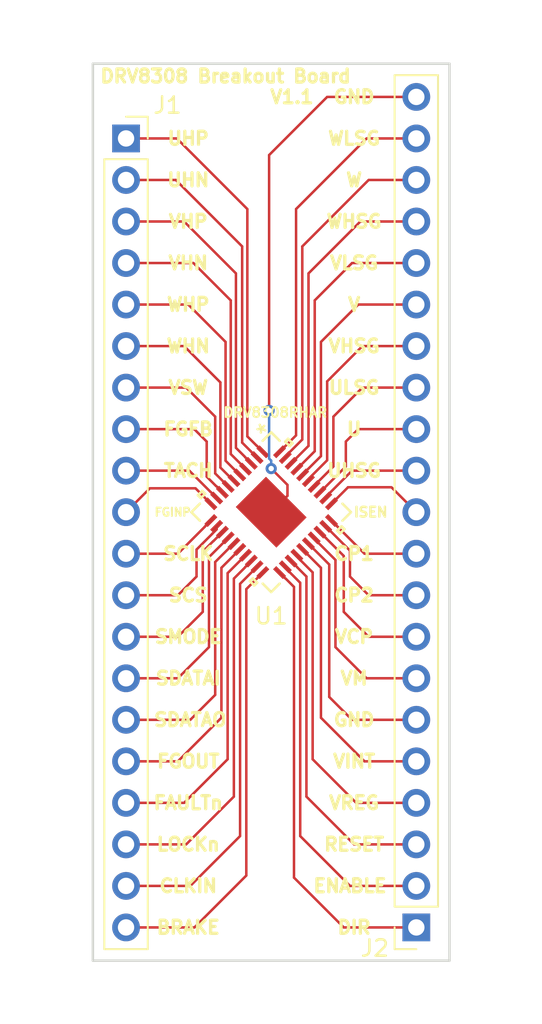
<source format=kicad_pcb>
(kicad_pcb (version 20171130) (host pcbnew "(5.0.0)")

  (general
    (thickness 1.6)
    (drawings 47)
    (tracks 212)
    (zones 0)
    (modules 3)
    (nets 42)
  )

  (page A4)
  (layers
    (0 F.Cu signal)
    (31 B.Cu signal)
    (32 B.Adhes user)
    (33 F.Adhes user)
    (34 B.Paste user)
    (35 F.Paste user)
    (36 B.SilkS user)
    (37 F.SilkS user)
    (38 B.Mask user)
    (39 F.Mask user)
    (40 Dwgs.User user)
    (41 Cmts.User user)
    (42 Eco1.User user)
    (43 Eco2.User user)
    (44 Edge.Cuts user)
    (45 Margin user)
    (46 B.CrtYd user)
    (47 F.CrtYd user)
    (48 B.Fab user)
    (49 F.Fab user)
  )

  (setup
    (last_trace_width 0.1524)
    (trace_clearance 0.1524)
    (zone_clearance 0.508)
    (zone_45_only no)
    (trace_min 0.1524)
    (segment_width 0.2)
    (edge_width 0.15)
    (via_size 0.6858)
    (via_drill 0.3302)
    (via_min_size 0.508)
    (via_min_drill 0.254)
    (uvia_size 0.3)
    (uvia_drill 0.1)
    (uvias_allowed no)
    (uvia_min_size 0.2)
    (uvia_min_drill 0.1)
    (pcb_text_width 0.3)
    (pcb_text_size 1.5 1.5)
    (mod_edge_width 0.15)
    (mod_text_size 1 1)
    (mod_text_width 0.15)
    (pad_size 3.520001 2.62)
    (pad_drill 0)
    (pad_to_mask_clearance 0.0508)
    (aux_axis_origin 0 0)
    (visible_elements 7FFFFFFF)
    (pcbplotparams
      (layerselection 0x310fc_ffffffff)
      (usegerberextensions true)
      (usegerberattributes false)
      (usegerberadvancedattributes false)
      (creategerberjobfile false)
      (excludeedgelayer true)
      (linewidth 0.100000)
      (plotframeref false)
      (viasonmask false)
      (mode 1)
      (useauxorigin false)
      (hpglpennumber 1)
      (hpglpenspeed 20)
      (hpglpendiameter 15.000000)
      (psnegative false)
      (psa4output false)
      (plotreference true)
      (plotvalue true)
      (plotinvisibletext false)
      (padsonsilk false)
      (subtractmaskfromsilk false)
      (outputformat 1)
      (mirror false)
      (drillshape 0)
      (scaleselection 1)
      (outputdirectory "GerberFiles_V1.1/"))
  )

  (net 0 "")
  (net 1 "Net-(J1-Pad1)")
  (net 2 "Net-(J1-Pad2)")
  (net 3 "Net-(J1-Pad3)")
  (net 4 "Net-(J1-Pad4)")
  (net 5 "Net-(J1-Pad5)")
  (net 6 "Net-(J1-Pad6)")
  (net 7 "Net-(J1-Pad7)")
  (net 8 "Net-(J1-Pad8)")
  (net 9 "Net-(J1-Pad9)")
  (net 10 "Net-(J1-Pad10)")
  (net 11 "Net-(J1-Pad11)")
  (net 12 "Net-(J1-Pad12)")
  (net 13 "Net-(J1-Pad13)")
  (net 14 "Net-(J1-Pad14)")
  (net 15 "Net-(J1-Pad15)")
  (net 16 "Net-(J1-Pad16)")
  (net 17 "Net-(J1-Pad17)")
  (net 18 "Net-(J1-Pad18)")
  (net 19 "Net-(J1-Pad19)")
  (net 20 "Net-(J1-Pad20)")
  (net 21 "Net-(J2-Pad1)")
  (net 22 "Net-(J2-Pad2)")
  (net 23 "Net-(J2-Pad3)")
  (net 24 "Net-(J2-Pad4)")
  (net 25 "Net-(J2-Pad5)")
  (net 26 "Net-(J2-Pad6)")
  (net 27 "Net-(J2-Pad7)")
  (net 28 "Net-(J2-Pad8)")
  (net 29 "Net-(J2-Pad9)")
  (net 30 "Net-(J2-Pad10)")
  (net 31 "Net-(J2-Pad11)")
  (net 32 "Net-(J2-Pad12)")
  (net 33 "Net-(J2-Pad13)")
  (net 34 "Net-(J2-Pad14)")
  (net 35 "Net-(J2-Pad15)")
  (net 36 "Net-(J2-Pad16)")
  (net 37 "Net-(J2-Pad17)")
  (net 38 "Net-(J2-Pad18)")
  (net 39 "Net-(J2-Pad19)")
  (net 40 "Net-(J2-Pad20)")
  (net 41 "Net-(J2-Pad21)")

  (net_class Default "This is the default net class."
    (clearance 0.1524)
    (trace_width 0.1524)
    (via_dia 0.6858)
    (via_drill 0.3302)
    (uvia_dia 0.3)
    (uvia_drill 0.1)
    (add_net "Net-(J1-Pad1)")
    (add_net "Net-(J1-Pad10)")
    (add_net "Net-(J1-Pad11)")
    (add_net "Net-(J1-Pad12)")
    (add_net "Net-(J1-Pad13)")
    (add_net "Net-(J1-Pad14)")
    (add_net "Net-(J1-Pad15)")
    (add_net "Net-(J1-Pad16)")
    (add_net "Net-(J1-Pad17)")
    (add_net "Net-(J1-Pad18)")
    (add_net "Net-(J1-Pad19)")
    (add_net "Net-(J1-Pad2)")
    (add_net "Net-(J1-Pad20)")
    (add_net "Net-(J1-Pad3)")
    (add_net "Net-(J1-Pad4)")
    (add_net "Net-(J1-Pad5)")
    (add_net "Net-(J1-Pad6)")
    (add_net "Net-(J1-Pad7)")
    (add_net "Net-(J1-Pad8)")
    (add_net "Net-(J1-Pad9)")
    (add_net "Net-(J2-Pad1)")
    (add_net "Net-(J2-Pad10)")
    (add_net "Net-(J2-Pad11)")
    (add_net "Net-(J2-Pad12)")
    (add_net "Net-(J2-Pad13)")
    (add_net "Net-(J2-Pad14)")
    (add_net "Net-(J2-Pad15)")
    (add_net "Net-(J2-Pad16)")
    (add_net "Net-(J2-Pad17)")
    (add_net "Net-(J2-Pad18)")
    (add_net "Net-(J2-Pad19)")
    (add_net "Net-(J2-Pad2)")
    (add_net "Net-(J2-Pad20)")
    (add_net "Net-(J2-Pad21)")
    (add_net "Net-(J2-Pad3)")
    (add_net "Net-(J2-Pad4)")
    (add_net "Net-(J2-Pad5)")
    (add_net "Net-(J2-Pad6)")
    (add_net "Net-(J2-Pad7)")
    (add_net "Net-(J2-Pad8)")
    (add_net "Net-(J2-Pad9)")
  )

  (module MyLibrary:DRV8308RHAR (layer F.Cu) (tedit 5BC0C5C6) (tstamp 5BCC53FF)
    (at 148.59 99.06 315)
    (path /5BBFFA13)
    (fp_text reference U1 (at 4.490128 4.490128) (layer F.SilkS)
      (effects (font (size 1 1) (thickness 0.15)))
    )
    (fp_text value DRV8308RHAR (at -4.130918 -4.490128) (layer F.SilkS)
      (effects (font (size 0.6 0.6) (thickness 0.125)))
    )
    (fp_text user "Copyright 2016 Accelerated Designs. All rights reserved." (at 0 0 315) (layer Cmts.User)
      (effects (font (size 0.127 0.127) (thickness 0.002)))
    )
    (fp_text user * (at -4.035001 -2.881 315) (layer F.SilkS)
      (effects (font (size 1 1) (thickness 0.15)))
    )
    (fp_text user * (at -2.296 -2.5 315) (layer F.Fab)
      (effects (font (size 1 1) (thickness 0.15)))
    )
    (fp_line (start -3.075 -1.805) (end -1.805 -3.075) (layer F.Fab) (width 0.1524))
    (fp_line (start -3.456 3.456) (end -2.718561 3.456) (layer F.SilkS) (width 0.1524))
    (fp_line (start 3.456 3.456) (end 3.456 2.717994) (layer F.SilkS) (width 0.1524))
    (fp_line (start 3.456 -3.456) (end 2.718561 -3.456) (layer F.SilkS) (width 0.1524))
    (fp_line (start -3.456 -3.456) (end -3.456 -2.717994) (layer F.SilkS) (width 0.1524))
    (fp_line (start -3.075 3.075) (end 3.075 3.075) (layer F.Fab) (width 0.1524))
    (fp_line (start 3.075 3.075) (end 3.075 -3.075) (layer F.Fab) (width 0.1524))
    (fp_line (start 3.075 -3.075) (end -3.075 -3.075) (layer F.Fab) (width 0.1524))
    (fp_line (start -3.075 -3.075) (end -3.075 3.075) (layer F.Fab) (width 0.1524))
    (fp_line (start -3.456 2.717994) (end -3.456 3.456) (layer F.SilkS) (width 0.1524))
    (fp_line (start 2.718561 3.456) (end 3.456 3.456) (layer F.SilkS) (width 0.1524))
    (fp_line (start 3.456 -2.717994) (end 3.456 -3.456) (layer F.SilkS) (width 0.1524))
    (fp_line (start -2.718561 -3.456) (end -3.456 -3.456) (layer F.SilkS) (width 0.1524))
    (fp_line (start -3.908001 2.059501) (end -3.908001 2.440501) (layer F.SilkS) (width 0.1524))
    (fp_line (start -3.908001 2.440501) (end -3.654001 2.440501) (layer F.SilkS) (width 0.1524))
    (fp_line (start -3.654001 2.440501) (end -3.654001 2.059501) (layer F.SilkS) (width 0.1524))
    (fp_line (start -3.654001 2.059501) (end -3.908001 2.059501) (layer F.SilkS) (width 0.1524))
    (fp_line (start 2.060067 3.654001) (end 2.060067 3.908001) (layer F.SilkS) (width 0.1524))
    (fp_line (start 2.060067 3.908001) (end 2.441067 3.908001) (layer F.SilkS) (width 0.1524))
    (fp_line (start 2.441067 3.908001) (end 2.441067 3.654001) (layer F.SilkS) (width 0.1524))
    (fp_line (start 2.441067 3.654001) (end 2.060067 3.654001) (layer F.SilkS) (width 0.1524))
    (fp_line (start 3.908001 -2.440501) (end 3.908001 -2.059501) (layer F.SilkS) (width 0.1524))
    (fp_line (start 3.908001 -2.059501) (end 3.654001 -2.059501) (layer F.SilkS) (width 0.1524))
    (fp_line (start 3.654001 -2.059501) (end 3.654001 -2.440501) (layer F.SilkS) (width 0.1524))
    (fp_line (start 3.654001 -2.440501) (end 3.908001 -2.440501) (layer F.SilkS) (width 0.1524))
    (fp_line (start -2.441067 -3.654001) (end -2.441067 -3.908001) (layer F.SilkS) (width 0.1524))
    (fp_line (start -2.441067 -3.908001) (end -2.060067 -3.908001) (layer F.SilkS) (width 0.1524))
    (fp_line (start -2.060067 -3.908001) (end -2.060067 -3.654001) (layer F.SilkS) (width 0.1524))
    (fp_line (start -2.060067 -3.654001) (end -2.441067 -3.654001) (layer F.SilkS) (width 0.1524))
    (fp_line (start -3.375109 -2.365107) (end -3.375109 -2.134893) (layer Dwgs.User) (width 0.1524))
    (fp_line (start -3.375109 -2.134893) (end -2.574892 -2.134893) (layer Dwgs.User) (width 0.1524))
    (fp_line (start -2.574892 -2.134893) (end -2.574892 -2.365107) (layer Dwgs.User) (width 0.1524))
    (fp_line (start -2.574892 -2.365107) (end -3.375109 -2.365107) (layer Dwgs.User) (width 0.1524))
    (fp_line (start -3.375109 -1.865109) (end -3.375109 -1.634891) (layer Dwgs.User) (width 0.1524))
    (fp_line (start -3.375109 -1.634891) (end -2.574892 -1.634891) (layer Dwgs.User) (width 0.1524))
    (fp_line (start -2.574892 -1.634891) (end -2.574892 -1.865109) (layer Dwgs.User) (width 0.1524))
    (fp_line (start -2.574892 -1.865109) (end -3.375109 -1.865109) (layer Dwgs.User) (width 0.1524))
    (fp_line (start -3.375109 -1.365109) (end -3.375109 -1.134892) (layer Dwgs.User) (width 0.1524))
    (fp_line (start -3.375109 -1.134892) (end -2.574892 -1.134892) (layer Dwgs.User) (width 0.1524))
    (fp_line (start -2.574892 -1.134892) (end -2.574892 -1.365109) (layer Dwgs.User) (width 0.1524))
    (fp_line (start -2.574892 -1.365109) (end -3.375109 -1.365109) (layer Dwgs.User) (width 0.1524))
    (fp_line (start -3.375109 -0.865109) (end -3.375109 -0.634894) (layer Dwgs.User) (width 0.1524))
    (fp_line (start -3.375109 -0.634894) (end -2.574892 -0.634894) (layer Dwgs.User) (width 0.1524))
    (fp_line (start -2.574892 -0.634894) (end -2.574892 -0.865109) (layer Dwgs.User) (width 0.1524))
    (fp_line (start -2.574892 -0.865109) (end -3.375109 -0.865109) (layer Dwgs.User) (width 0.1524))
    (fp_line (start -3.375109 -0.365107) (end -3.375109 -0.134893) (layer Dwgs.User) (width 0.1524))
    (fp_line (start -3.375109 -0.134893) (end -2.574893 -0.134892) (layer Dwgs.User) (width 0.1524))
    (fp_line (start -2.574893 -0.134892) (end -2.574892 -0.365107) (layer Dwgs.User) (width 0.1524))
    (fp_line (start -2.574892 -0.365107) (end -3.375109 -0.365107) (layer Dwgs.User) (width 0.1524))
    (fp_line (start -3.375109 0.134893) (end -3.375109 0.365107) (layer Dwgs.User) (width 0.1524))
    (fp_line (start -3.375109 0.365107) (end -2.574892 0.365107) (layer Dwgs.User) (width 0.1524))
    (fp_line (start -2.574892 0.365107) (end -2.574893 0.134892) (layer Dwgs.User) (width 0.1524))
    (fp_line (start -2.574893 0.134892) (end -3.375109 0.134893) (layer Dwgs.User) (width 0.1524))
    (fp_line (start -3.375109 0.634891) (end -3.375109 0.865109) (layer Dwgs.User) (width 0.1524))
    (fp_line (start -3.375109 0.865109) (end -2.574892 0.865109) (layer Dwgs.User) (width 0.1524))
    (fp_line (start -2.574892 0.865109) (end -2.574892 0.634891) (layer Dwgs.User) (width 0.1524))
    (fp_line (start -2.574892 0.634891) (end -3.375109 0.634891) (layer Dwgs.User) (width 0.1524))
    (fp_line (start -3.375109 1.134892) (end -3.375109 1.365109) (layer Dwgs.User) (width 0.1524))
    (fp_line (start -3.375109 1.365109) (end -2.574892 1.365109) (layer Dwgs.User) (width 0.1524))
    (fp_line (start -2.574892 1.365109) (end -2.574892 1.134892) (layer Dwgs.User) (width 0.1524))
    (fp_line (start -2.574892 1.134892) (end -3.375109 1.134892) (layer Dwgs.User) (width 0.1524))
    (fp_line (start -3.375109 1.634891) (end -3.375109 1.865107) (layer Dwgs.User) (width 0.1524))
    (fp_line (start -3.375109 1.865107) (end -2.574892 1.865107) (layer Dwgs.User) (width 0.1524))
    (fp_line (start -2.574892 1.865107) (end -2.574892 1.634891) (layer Dwgs.User) (width 0.1524))
    (fp_line (start -2.574892 1.634891) (end -3.375109 1.634891) (layer Dwgs.User) (width 0.1524))
    (fp_line (start -3.375109 2.134893) (end -3.375109 2.365107) (layer Dwgs.User) (width 0.1524))
    (fp_line (start -3.375109 2.365107) (end -2.574892 2.365107) (layer Dwgs.User) (width 0.1524))
    (fp_line (start -2.574892 2.365107) (end -2.574892 2.134893) (layer Dwgs.User) (width 0.1524))
    (fp_line (start -2.574892 2.134893) (end -3.375109 2.134893) (layer Dwgs.User) (width 0.1524))
    (fp_line (start -2.365675 2.574892) (end -2.365675 3.375109) (layer Dwgs.User) (width 0.1524))
    (fp_line (start -2.365675 3.375109) (end -2.135459 3.375109) (layer Dwgs.User) (width 0.1524))
    (fp_line (start -2.135459 3.375109) (end -2.135459 2.574892) (layer Dwgs.User) (width 0.1524))
    (fp_line (start -2.135459 2.574892) (end -2.365675 2.574892) (layer Dwgs.User) (width 0.1524))
    (fp_line (start -1.865549 2.574892) (end -1.865549 3.375109) (layer Dwgs.User) (width 0.1524))
    (fp_line (start -1.865549 3.375109) (end -1.635334 3.375109) (layer Dwgs.User) (width 0.1524))
    (fp_line (start -1.635334 3.375109) (end -1.635333 2.574893) (layer Dwgs.User) (width 0.1524))
    (fp_line (start -1.635333 2.574893) (end -1.865549 2.574892) (layer Dwgs.User) (width 0.1524))
    (fp_line (start -1.365422 2.574892) (end -1.365422 3.375109) (layer Dwgs.User) (width 0.1524))
    (fp_line (start -1.365422 3.375109) (end -1.135207 3.375109) (layer Dwgs.User) (width 0.1524))
    (fp_line (start -1.135207 3.375109) (end -1.135207 2.574892) (layer Dwgs.User) (width 0.1524))
    (fp_line (start -1.135207 2.574892) (end -1.365422 2.574892) (layer Dwgs.User) (width 0.1524))
    (fp_line (start -0.865297 2.574892) (end -0.865297 3.375109) (layer Dwgs.User) (width 0.1524))
    (fp_line (start -0.865297 3.375109) (end -0.635082 3.375109) (layer Dwgs.User) (width 0.1524))
    (fp_line (start -0.635082 3.375109) (end -0.635081 2.574893) (layer Dwgs.User) (width 0.1524))
    (fp_line (start -0.635081 2.574893) (end -0.865297 2.574892) (layer Dwgs.User) (width 0.1524))
    (fp_line (start -0.36517 2.574892) (end -0.36517 3.375109) (layer Dwgs.User) (width 0.1524))
    (fp_line (start -0.36517 3.375109) (end -0.134955 3.375109) (layer Dwgs.User) (width 0.1524))
    (fp_line (start -0.134955 3.375109) (end -0.134955 2.574892) (layer Dwgs.User) (width 0.1524))
    (fp_line (start -0.134955 2.574892) (end -0.36517 2.574892) (layer Dwgs.User) (width 0.1524))
    (fp_line (start 0.134955 2.574892) (end 0.134955 3.375109) (layer Dwgs.User) (width 0.1524))
    (fp_line (start 0.134955 3.375109) (end 0.36517 3.375109) (layer Dwgs.User) (width 0.1524))
    (fp_line (start 0.36517 3.375109) (end 0.36517 2.574892) (layer Dwgs.User) (width 0.1524))
    (fp_line (start 0.36517 2.574892) (end 0.134955 2.574892) (layer Dwgs.User) (width 0.1524))
    (fp_line (start 0.635081 2.574893) (end 0.635082 3.375109) (layer Dwgs.User) (width 0.1524))
    (fp_line (start 0.635082 3.375109) (end 0.865297 3.375109) (layer Dwgs.User) (width 0.1524))
    (fp_line (start 0.865297 3.375109) (end 0.865297 2.574892) (layer Dwgs.User) (width 0.1524))
    (fp_line (start 0.865297 2.574892) (end 0.635081 2.574893) (layer Dwgs.User) (width 0.1524))
    (fp_line (start 1.135207 2.574892) (end 1.135207 3.375109) (layer Dwgs.User) (width 0.1524))
    (fp_line (start 1.135207 3.375109) (end 1.365422 3.375109) (layer Dwgs.User) (width 0.1524))
    (fp_line (start 1.365422 3.375109) (end 1.365422 2.574892) (layer Dwgs.User) (width 0.1524))
    (fp_line (start 1.365422 2.574892) (end 1.135207 2.574892) (layer Dwgs.User) (width 0.1524))
    (fp_line (start 1.635333 2.574893) (end 1.635334 3.375109) (layer Dwgs.User) (width 0.1524))
    (fp_line (start 1.635334 3.375109) (end 1.865549 3.375109) (layer Dwgs.User) (width 0.1524))
    (fp_line (start 1.865549 3.375109) (end 1.865549 2.574892) (layer Dwgs.User) (width 0.1524))
    (fp_line (start 1.865549 2.574892) (end 1.635333 2.574893) (layer Dwgs.User) (width 0.1524))
    (fp_line (start 2.135459 2.574892) (end 2.135459 3.375109) (layer Dwgs.User) (width 0.1524))
    (fp_line (start 2.135459 3.375109) (end 2.365675 3.375109) (layer Dwgs.User) (width 0.1524))
    (fp_line (start 2.365675 3.375109) (end 2.365675 2.574892) (layer Dwgs.User) (width 0.1524))
    (fp_line (start 2.365675 2.574892) (end 2.135459 2.574892) (layer Dwgs.User) (width 0.1524))
    (fp_line (start 2.574892 2.134893) (end 2.574892 2.365107) (layer Dwgs.User) (width 0.1524))
    (fp_line (start 2.574892 2.365107) (end 3.375109 2.365107) (layer Dwgs.User) (width 0.1524))
    (fp_line (start 3.375109 2.365107) (end 3.375109 2.134893) (layer Dwgs.User) (width 0.1524))
    (fp_line (start 3.375109 2.134893) (end 2.574892 2.134893) (layer Dwgs.User) (width 0.1524))
    (fp_line (start 2.574892 1.634891) (end 2.574892 1.865109) (layer Dwgs.User) (width 0.1524))
    (fp_line (start 2.574892 1.865109) (end 3.375109 1.865109) (layer Dwgs.User) (width 0.1524))
    (fp_line (start 3.375109 1.865109) (end 3.375109 1.634891) (layer Dwgs.User) (width 0.1524))
    (fp_line (start 3.375109 1.634891) (end 2.574892 1.634891) (layer Dwgs.User) (width 0.1524))
    (fp_line (start 2.574892 1.134892) (end 2.574892 1.365109) (layer Dwgs.User) (width 0.1524))
    (fp_line (start 2.574892 1.365109) (end 3.375109 1.365109) (layer Dwgs.User) (width 0.1524))
    (fp_line (start 3.375109 1.365109) (end 3.375109 1.134892) (layer Dwgs.User) (width 0.1524))
    (fp_line (start 3.375109 1.134892) (end 2.574892 1.134892) (layer Dwgs.User) (width 0.1524))
    (fp_line (start 2.574892 0.634894) (end 2.574892 0.865109) (layer Dwgs.User) (width 0.1524))
    (fp_line (start 2.574892 0.865109) (end 3.375109 0.865109) (layer Dwgs.User) (width 0.1524))
    (fp_line (start 3.375109 0.865109) (end 3.375109 0.634894) (layer Dwgs.User) (width 0.1524))
    (fp_line (start 3.375109 0.634894) (end 2.574892 0.634894) (layer Dwgs.User) (width 0.1524))
    (fp_line (start 2.574893 0.134892) (end 2.574892 0.365107) (layer Dwgs.User) (width 0.1524))
    (fp_line (start 2.574892 0.365107) (end 3.375109 0.365107) (layer Dwgs.User) (width 0.1524))
    (fp_line (start 3.375109 0.365107) (end 3.375109 0.134893) (layer Dwgs.User) (width 0.1524))
    (fp_line (start 3.375109 0.134893) (end 2.574893 0.134892) (layer Dwgs.User) (width 0.1524))
    (fp_line (start 2.574892 -0.365107) (end 2.574893 -0.134892) (layer Dwgs.User) (width 0.1524))
    (fp_line (start 2.574893 -0.134892) (end 3.375109 -0.134893) (layer Dwgs.User) (width 0.1524))
    (fp_line (start 3.375109 -0.134893) (end 3.375109 -0.365107) (layer Dwgs.User) (width 0.1524))
    (fp_line (start 3.375109 -0.365107) (end 2.574892 -0.365107) (layer Dwgs.User) (width 0.1524))
    (fp_line (start 2.574892 -0.865109) (end 2.574892 -0.634891) (layer Dwgs.User) (width 0.1524))
    (fp_line (start 2.574892 -0.634891) (end 3.375109 -0.634891) (layer Dwgs.User) (width 0.1524))
    (fp_line (start 3.375109 -0.634891) (end 3.375109 -0.865109) (layer Dwgs.User) (width 0.1524))
    (fp_line (start 3.375109 -0.865109) (end 2.574892 -0.865109) (layer Dwgs.User) (width 0.1524))
    (fp_line (start 2.574892 -1.365109) (end 2.574892 -1.134892) (layer Dwgs.User) (width 0.1524))
    (fp_line (start 2.574892 -1.134892) (end 3.375109 -1.134892) (layer Dwgs.User) (width 0.1524))
    (fp_line (start 3.375109 -1.134892) (end 3.375109 -1.365109) (layer Dwgs.User) (width 0.1524))
    (fp_line (start 3.375109 -1.365109) (end 2.574892 -1.365109) (layer Dwgs.User) (width 0.1524))
    (fp_line (start 2.574892 -1.865107) (end 2.574892 -1.634891) (layer Dwgs.User) (width 0.1524))
    (fp_line (start 2.574892 -1.634891) (end 3.375109 -1.634891) (layer Dwgs.User) (width 0.1524))
    (fp_line (start 3.375109 -1.634891) (end 3.375109 -1.865107) (layer Dwgs.User) (width 0.1524))
    (fp_line (start 3.375109 -1.865107) (end 2.574892 -1.865107) (layer Dwgs.User) (width 0.1524))
    (fp_line (start 2.574892 -2.365107) (end 2.574892 -2.134893) (layer Dwgs.User) (width 0.1524))
    (fp_line (start 2.574892 -2.134893) (end 3.375109 -2.134893) (layer Dwgs.User) (width 0.1524))
    (fp_line (start 3.375109 -2.134893) (end 3.375109 -2.365107) (layer Dwgs.User) (width 0.1524))
    (fp_line (start 3.375109 -2.365107) (end 2.574892 -2.365107) (layer Dwgs.User) (width 0.1524))
    (fp_line (start 2.135459 -3.375109) (end 2.135459 -2.574892) (layer Dwgs.User) (width 0.1524))
    (fp_line (start 2.135459 -2.574892) (end 2.365675 -2.574892) (layer Dwgs.User) (width 0.1524))
    (fp_line (start 2.365675 -2.574892) (end 2.365675 -3.375109) (layer Dwgs.User) (width 0.1524))
    (fp_line (start 2.365675 -3.375109) (end 2.135459 -3.375109) (layer Dwgs.User) (width 0.1524))
    (fp_line (start 1.635334 -3.375109) (end 1.635333 -2.574893) (layer Dwgs.User) (width 0.1524))
    (fp_line (start 1.635333 -2.574893) (end 1.865549 -2.574892) (layer Dwgs.User) (width 0.1524))
    (fp_line (start 1.865549 -2.574892) (end 1.865549 -3.375109) (layer Dwgs.User) (width 0.1524))
    (fp_line (start 1.865549 -3.375109) (end 1.635334 -3.375109) (layer Dwgs.User) (width 0.1524))
    (fp_line (start 1.135207 -3.375109) (end 1.135207 -2.574892) (layer Dwgs.User) (width 0.1524))
    (fp_line (start 1.135207 -2.574892) (end 1.365422 -2.574892) (layer Dwgs.User) (width 0.1524))
    (fp_line (start 1.365422 -2.574892) (end 1.365422 -3.375109) (layer Dwgs.User) (width 0.1524))
    (fp_line (start 1.365422 -3.375109) (end 1.135207 -3.375109) (layer Dwgs.User) (width 0.1524))
    (fp_line (start 0.635082 -3.375109) (end 0.635081 -2.574893) (layer Dwgs.User) (width 0.1524))
    (fp_line (start 0.635081 -2.574893) (end 0.865297 -2.574892) (layer Dwgs.User) (width 0.1524))
    (fp_line (start 0.865297 -2.574892) (end 0.865297 -3.375109) (layer Dwgs.User) (width 0.1524))
    (fp_line (start 0.865297 -3.375109) (end 0.635082 -3.375109) (layer Dwgs.User) (width 0.1524))
    (fp_line (start 0.134955 -3.375109) (end 0.134955 -2.574892) (layer Dwgs.User) (width 0.1524))
    (fp_line (start 0.134955 -2.574892) (end 0.36517 -2.574892) (layer Dwgs.User) (width 0.1524))
    (fp_line (start 0.36517 -2.574892) (end 0.36517 -3.375109) (layer Dwgs.User) (width 0.1524))
    (fp_line (start 0.36517 -3.375109) (end 0.134955 -3.375109) (layer Dwgs.User) (width 0.1524))
    (fp_line (start -0.36517 -3.375109) (end -0.36517 -2.574892) (layer Dwgs.User) (width 0.1524))
    (fp_line (start -0.36517 -2.574892) (end -0.134955 -2.574892) (layer Dwgs.User) (width 0.1524))
    (fp_line (start -0.134955 -2.574892) (end -0.134955 -3.375109) (layer Dwgs.User) (width 0.1524))
    (fp_line (start -0.134955 -3.375109) (end -0.36517 -3.375109) (layer Dwgs.User) (width 0.1524))
    (fp_line (start -0.865297 -3.375109) (end -0.865297 -2.574892) (layer Dwgs.User) (width 0.1524))
    (fp_line (start -0.865297 -2.574892) (end -0.635081 -2.574893) (layer Dwgs.User) (width 0.1524))
    (fp_line (start -0.635081 -2.574893) (end -0.635082 -3.375109) (layer Dwgs.User) (width 0.1524))
    (fp_line (start -0.635082 -3.375109) (end -0.865297 -3.375109) (layer Dwgs.User) (width 0.1524))
    (fp_line (start -1.365422 -3.375109) (end -1.365422 -2.574892) (layer Dwgs.User) (width 0.1524))
    (fp_line (start -1.365422 -2.574892) (end -1.135207 -2.574892) (layer Dwgs.User) (width 0.1524))
    (fp_line (start -1.135207 -2.574892) (end -1.135207 -3.375109) (layer Dwgs.User) (width 0.1524))
    (fp_line (start -1.135207 -3.375109) (end -1.365422 -3.375109) (layer Dwgs.User) (width 0.1524))
    (fp_line (start -1.865549 -3.375109) (end -1.865549 -2.574892) (layer Dwgs.User) (width 0.1524))
    (fp_line (start -1.865549 -2.574892) (end -1.635333 -2.574893) (layer Dwgs.User) (width 0.1524))
    (fp_line (start -1.635333 -2.574893) (end -1.635334 -3.375109) (layer Dwgs.User) (width 0.1524))
    (fp_line (start -1.635334 -3.375109) (end -1.865549 -3.375109) (layer Dwgs.User) (width 0.1524))
    (fp_line (start -2.365675 -3.375109) (end -2.365675 -2.574892) (layer Dwgs.User) (width 0.1524))
    (fp_line (start -2.365675 -2.574892) (end -2.135459 -2.574892) (layer Dwgs.User) (width 0.1524))
    (fp_line (start -2.135459 -2.574892) (end -2.135459 -3.375109) (layer Dwgs.User) (width 0.1524))
    (fp_line (start -2.135459 -3.375109) (end -2.365675 -3.375109) (layer Dwgs.User) (width 0.1524))
    (fp_line (start -3.469598 -2.459596) (end -3.469597 -2.040405) (layer Dwgs.User) (width 0.1524))
    (fp_line (start -3.469597 -2.040405) (end -2.480404 -2.040405) (layer Dwgs.User) (width 0.1524))
    (fp_line (start -2.480404 -2.040405) (end -2.480403 -2.459596) (layer Dwgs.User) (width 0.1524))
    (fp_line (start -2.480403 -2.459596) (end -3.469598 -2.459596) (layer Dwgs.User) (width 0.1524))
    (fp_line (start -3.469597 -1.959597) (end -3.469597 -1.540403) (layer Dwgs.User) (width 0.1524))
    (fp_line (start -3.469597 -1.540403) (end -2.480404 -1.540403) (layer Dwgs.User) (width 0.1524))
    (fp_line (start -2.480404 -1.540403) (end -2.480404 -1.959597) (layer Dwgs.User) (width 0.1524))
    (fp_line (start -2.480404 -1.959597) (end -3.469597 -1.959597) (layer Dwgs.User) (width 0.1524))
    (fp_line (start -3.469597 -1.459596) (end -3.469597 -1.040404) (layer Dwgs.User) (width 0.1524))
    (fp_line (start -3.469597 -1.040404) (end -2.480404 -1.040404) (layer Dwgs.User) (width 0.1524))
    (fp_line (start -2.480404 -1.040404) (end -2.480404 -1.459596) (layer Dwgs.User) (width 0.1524))
    (fp_line (start -2.480404 -1.459596) (end -3.469597 -1.459596) (layer Dwgs.User) (width 0.1524))
    (fp_line (start -3.469597 -0.959597) (end -3.469598 -0.540405) (layer Dwgs.User) (width 0.1524))
    (fp_line (start -3.469598 -0.540405) (end -2.480404 -0.540406) (layer Dwgs.User) (width 0.1524))
    (fp_line (start -2.480404 -0.540406) (end -2.480404 -0.959597) (layer Dwgs.User) (width 0.1524))
    (fp_line (start -2.480404 -0.959597) (end -3.469597 -0.959597) (layer Dwgs.User) (width 0.1524))
    (fp_line (start -3.469597 -0.459595) (end -3.469598 -0.040404) (layer Dwgs.User) (width 0.1524))
    (fp_line (start -3.469598 -0.040404) (end -2.480404 -0.040403) (layer Dwgs.User) (width 0.1524))
    (fp_line (start -2.480404 -0.040403) (end -2.480404 -0.459595) (layer Dwgs.User) (width 0.1524))
    (fp_line (start -2.480404 -0.459595) (end -3.469597 -0.459595) (layer Dwgs.User) (width 0.1524))
    (fp_line (start -3.469598 0.040404) (end -3.469597 0.459595) (layer Dwgs.User) (width 0.1524))
    (fp_line (start -3.469597 0.459595) (end -2.480404 0.459595) (layer Dwgs.User) (width 0.1524))
    (fp_line (start -2.480404 0.459595) (end -2.480404 0.040403) (layer Dwgs.User) (width 0.1524))
    (fp_line (start -2.480404 0.040403) (end -3.469598 0.040404) (layer Dwgs.User) (width 0.1524))
    (fp_line (start -3.469597 0.540403) (end -3.469597 0.959597) (layer Dwgs.User) (width 0.1524))
    (fp_line (start -3.469597 0.959597) (end -2.480404 0.959597) (layer Dwgs.User) (width 0.1524))
    (fp_line (start -2.480404 0.959597) (end -2.480404 0.540403) (layer Dwgs.User) (width 0.1524))
    (fp_line (start -2.480404 0.540403) (end -3.469597 0.540403) (layer Dwgs.User) (width 0.1524))
    (fp_line (start -3.469597 1.040404) (end -3.469597 1.459596) (layer Dwgs.User) (width 0.1524))
    (fp_line (start -3.469597 1.459596) (end -2.480404 1.459596) (layer Dwgs.User) (width 0.1524))
    (fp_line (start -2.480404 1.459596) (end -2.480404 1.040404) (layer Dwgs.User) (width 0.1524))
    (fp_line (start -2.480404 1.040404) (end -3.469597 1.040404) (layer Dwgs.User) (width 0.1524))
    (fp_line (start -3.469597 1.540403) (end -3.469597 1.959594) (layer Dwgs.User) (width 0.1524))
    (fp_line (start -3.469597 1.959594) (end -2.480404 1.959594) (layer Dwgs.User) (width 0.1524))
    (fp_line (start -2.480404 1.959594) (end -2.480404 1.540403) (layer Dwgs.User) (width 0.1524))
    (fp_line (start -2.480404 1.540403) (end -3.469597 1.540403) (layer Dwgs.User) (width 0.1524))
    (fp_line (start -3.469597 2.040405) (end -3.469598 2.459596) (layer Dwgs.User) (width 0.1524))
    (fp_line (start -3.469598 2.459596) (end -2.480403 2.459596) (layer Dwgs.User) (width 0.1524))
    (fp_line (start -2.480403 2.459596) (end -2.480404 2.040405) (layer Dwgs.User) (width 0.1524))
    (fp_line (start -2.480404 2.040405) (end -3.469597 2.040405) (layer Dwgs.User) (width 0.1524))
    (fp_line (start -2.460162 2.480404) (end -2.460163 3.469598) (layer Dwgs.User) (width 0.1524))
    (fp_line (start -2.460163 3.469598) (end -2.040971 3.469597) (layer Dwgs.User) (width 0.1524))
    (fp_line (start -2.040971 3.469597) (end -2.040971 2.480404) (layer Dwgs.User) (width 0.1524))
    (fp_line (start -2.040971 2.480404) (end -2.460162 2.480404) (layer Dwgs.User) (width 0.1524))
    (fp_line (start -1.960037 2.480404) (end -1.960037 3.469597) (layer Dwgs.User) (width 0.1524))
    (fp_line (start -1.960037 3.469597) (end -1.540845 3.469598) (layer Dwgs.User) (width 0.1524))
    (fp_line (start -1.540845 3.469598) (end -1.540844 2.480404) (layer Dwgs.User) (width 0.1524))
    (fp_line (start -1.540844 2.480404) (end -1.960037 2.480404) (layer Dwgs.User) (width 0.1524))
    (fp_line (start -1.45991 2.480404) (end -1.459911 3.469598) (layer Dwgs.User) (width 0.1524))
    (fp_line (start -1.459911 3.469598) (end -1.040719 3.469597) (layer Dwgs.User) (width 0.1524))
    (fp_line (start -1.040719 3.469597) (end -1.040719 2.480404) (layer Dwgs.User) (width 0.1524))
    (fp_line (start -1.040719 2.480404) (end -1.45991 2.480404) (layer Dwgs.User) (width 0.1524))
    (fp_line (start -0.959785 2.480404) (end -0.959785 3.469597) (layer Dwgs.User) (width 0.1524))
    (fp_line (start -0.959785 3.469597) (end -0.540593 3.469598) (layer Dwgs.User) (width 0.1524))
    (fp_line (start -0.540593 3.469598) (end -0.540592 2.480404) (layer Dwgs.User) (width 0.1524))
    (fp_line (start -0.540592 2.480404) (end -0.959785 2.480404) (layer Dwgs.User) (width 0.1524))
    (fp_line (start -0.459659 2.480403) (end -0.459659 3.469598) (layer Dwgs.User) (width 0.1524))
    (fp_line (start -0.459659 3.469598) (end -0.040467 3.469597) (layer Dwgs.User) (width 0.1524))
    (fp_line (start -0.040467 3.469597) (end -0.040467 2.480404) (layer Dwgs.User) (width 0.1524))
    (fp_line (start -0.040467 2.480404) (end -0.459659 2.480403) (layer Dwgs.User) (width 0.1524))
    (fp_line (start 0.040467 2.480404) (end 0.040467 3.469597) (layer Dwgs.User) (width 0.1524))
    (fp_line (start 0.040467 3.469597) (end 0.459659 3.469598) (layer Dwgs.User) (width 0.1524))
    (fp_line (start 0.459659 3.469598) (end 0.459659 2.480403) (layer Dwgs.User) (width 0.1524))
    (fp_line (start 0.459659 2.480403) (end 0.040467 2.480404) (layer Dwgs.User) (width 0.1524))
    (fp_line (start 0.540592 2.480404) (end 0.540593 3.469598) (layer Dwgs.User) (width 0.1524))
    (fp_line (start 0.540593 3.469598) (end 0.959785 3.469597) (layer Dwgs.User) (width 0.1524))
    (fp_line (start 0.959785 3.469597) (end 0.959785 2.480404) (layer Dwgs.User) (width 0.1524))
    (fp_line (start 0.959785 2.480404) (end 0.540592 2.480404) (layer Dwgs.User) (width 0.1524))
    (fp_line (start 1.040719 2.480404) (end 1.040719 3.469597) (layer Dwgs.User) (width 0.1524))
    (fp_line (start 1.040719 3.469597) (end 1.459911 3.469598) (layer Dwgs.User) (width 0.1524))
    (fp_line (start 1.459911 3.469598) (end 1.45991 2.480404) (layer Dwgs.User) (width 0.1524))
    (fp_line (start 1.45991 2.480404) (end 1.040719 2.480404) (layer Dwgs.User) (width 0.1524))
    (fp_line (start 1.540844 2.480404) (end 1.540845 3.469598) (layer Dwgs.User) (width 0.1524))
    (fp_line (start 1.540845 3.469598) (end 1.960037 3.469597) (layer Dwgs.User) (width 0.1524))
    (fp_line (start 1.960037 3.469597) (end 1.960037 2.480404) (layer Dwgs.User) (width 0.1524))
    (fp_line (start 1.960037 2.480404) (end 1.540844 2.480404) (layer Dwgs.User) (width 0.1524))
    (fp_line (start 2.040971 2.480404) (end 2.040971 3.469597) (layer Dwgs.User) (width 0.1524))
    (fp_line (start 2.040971 3.469597) (end 2.460163 3.469598) (layer Dwgs.User) (width 0.1524))
    (fp_line (start 2.460163 3.469598) (end 2.460162 2.480404) (layer Dwgs.User) (width 0.1524))
    (fp_line (start 2.460162 2.480404) (end 2.040971 2.480404) (layer Dwgs.User) (width 0.1524))
    (fp_line (start 2.480404 2.040405) (end 2.480403 2.459596) (layer Dwgs.User) (width 0.1524))
    (fp_line (start 2.480403 2.459596) (end 3.469598 2.459596) (layer Dwgs.User) (width 0.1524))
    (fp_line (start 3.469598 2.459596) (end 3.469597 2.040405) (layer Dwgs.User) (width 0.1524))
    (fp_line (start 3.469597 2.040405) (end 2.480404 2.040405) (layer Dwgs.User) (width 0.1524))
    (fp_line (start 2.480404 1.540403) (end 2.480404 1.959597) (layer Dwgs.User) (width 0.1524))
    (fp_line (start 2.480404 1.959597) (end 3.469597 1.959597) (layer Dwgs.User) (width 0.1524))
    (fp_line (start 3.469597 1.959597) (end 3.469597 1.540403) (layer Dwgs.User) (width 0.1524))
    (fp_line (start 3.469597 1.540403) (end 2.480404 1.540403) (layer Dwgs.User) (width 0.1524))
    (fp_line (start 2.480404 1.040404) (end 2.480404 1.459596) (layer Dwgs.User) (width 0.1524))
    (fp_line (start 2.480404 1.459596) (end 3.469597 1.459596) (layer Dwgs.User) (width 0.1524))
    (fp_line (start 3.469597 1.459596) (end 3.469597 1.040404) (layer Dwgs.User) (width 0.1524))
    (fp_line (start 3.469597 1.040404) (end 2.480404 1.040404) (layer Dwgs.User) (width 0.1524))
    (fp_line (start 2.480404 0.540406) (end 2.480404 0.959597) (layer Dwgs.User) (width 0.1524))
    (fp_line (start 2.480404 0.959597) (end 3.469597 0.959597) (layer Dwgs.User) (width 0.1524))
    (fp_line (start 3.469597 0.959597) (end 3.469598 0.540405) (layer Dwgs.User) (width 0.1524))
    (fp_line (start 3.469598 0.540405) (end 2.480404 0.540406) (layer Dwgs.User) (width 0.1524))
    (fp_line (start 2.480404 0.040403) (end 2.480404 0.459595) (layer Dwgs.User) (width 0.1524))
    (fp_line (start 2.480404 0.459595) (end 3.469597 0.459595) (layer Dwgs.User) (width 0.1524))
    (fp_line (start 3.469597 0.459595) (end 3.469598 0.040404) (layer Dwgs.User) (width 0.1524))
    (fp_line (start 3.469598 0.040404) (end 2.480404 0.040403) (layer Dwgs.User) (width 0.1524))
    (fp_line (start 2.480404 -0.459595) (end 2.480404 -0.040403) (layer Dwgs.User) (width 0.1524))
    (fp_line (start 2.480404 -0.040403) (end 3.469598 -0.040404) (layer Dwgs.User) (width 0.1524))
    (fp_line (start 3.469598 -0.040404) (end 3.469597 -0.459595) (layer Dwgs.User) (width 0.1524))
    (fp_line (start 3.469597 -0.459595) (end 2.480404 -0.459595) (layer Dwgs.User) (width 0.1524))
    (fp_line (start 2.480404 -0.959597) (end 2.480404 -0.540403) (layer Dwgs.User) (width 0.1524))
    (fp_line (start 2.480404 -0.540403) (end 3.469597 -0.540403) (layer Dwgs.User) (width 0.1524))
    (fp_line (start 3.469597 -0.540403) (end 3.469597 -0.959597) (layer Dwgs.User) (width 0.1524))
    (fp_line (start 3.469597 -0.959597) (end 2.480404 -0.959597) (layer Dwgs.User) (width 0.1524))
    (fp_line (start 2.480404 -1.459596) (end 2.480404 -1.040404) (layer Dwgs.User) (width 0.1524))
    (fp_line (start 2.480404 -1.040404) (end 3.469597 -1.040404) (layer Dwgs.User) (width 0.1524))
    (fp_line (start 3.469597 -1.040404) (end 3.469597 -1.459596) (layer Dwgs.User) (width 0.1524))
    (fp_line (start 3.469597 -1.459596) (end 2.480404 -1.459596) (layer Dwgs.User) (width 0.1524))
    (fp_line (start 2.480404 -1.959594) (end 2.480404 -1.540403) (layer Dwgs.User) (width 0.1524))
    (fp_line (start 2.480404 -1.540403) (end 3.469597 -1.540403) (layer Dwgs.User) (width 0.1524))
    (fp_line (start 3.469597 -1.540403) (end 3.469597 -1.959594) (layer Dwgs.User) (width 0.1524))
    (fp_line (start 3.469597 -1.959594) (end 2.480404 -1.959594) (layer Dwgs.User) (width 0.1524))
    (fp_line (start 2.480403 -2.459596) (end 2.480404 -2.040405) (layer Dwgs.User) (width 0.1524))
    (fp_line (start 2.480404 -2.040405) (end 3.469597 -2.040405) (layer Dwgs.User) (width 0.1524))
    (fp_line (start 3.469597 -2.040405) (end 3.469598 -2.459596) (layer Dwgs.User) (width 0.1524))
    (fp_line (start 3.469598 -2.459596) (end 2.480403 -2.459596) (layer Dwgs.User) (width 0.1524))
    (fp_line (start 2.040971 -3.469597) (end 2.040971 -2.480404) (layer Dwgs.User) (width 0.1524))
    (fp_line (start 2.040971 -2.480404) (end 2.460162 -2.480404) (layer Dwgs.User) (width 0.1524))
    (fp_line (start 2.460162 -2.480404) (end 2.460163 -3.469598) (layer Dwgs.User) (width 0.1524))
    (fp_line (start 2.460163 -3.469598) (end 2.040971 -3.469597) (layer Dwgs.User) (width 0.1524))
    (fp_line (start 1.540845 -3.469598) (end 1.540844 -2.480404) (layer Dwgs.User) (width 0.1524))
    (fp_line (start 1.540844 -2.480404) (end 1.960037 -2.480404) (layer Dwgs.User) (width 0.1524))
    (fp_line (start 1.960037 -2.480404) (end 1.960037 -3.469597) (layer Dwgs.User) (width 0.1524))
    (fp_line (start 1.960037 -3.469597) (end 1.540845 -3.469598) (layer Dwgs.User) (width 0.1524))
    (fp_line (start 1.040719 -3.469597) (end 1.040719 -2.480404) (layer Dwgs.User) (width 0.1524))
    (fp_line (start 1.040719 -2.480404) (end 1.45991 -2.480404) (layer Dwgs.User) (width 0.1524))
    (fp_line (start 1.45991 -2.480404) (end 1.459911 -3.469598) (layer Dwgs.User) (width 0.1524))
    (fp_line (start 1.459911 -3.469598) (end 1.040719 -3.469597) (layer Dwgs.User) (width 0.1524))
    (fp_line (start 0.540593 -3.469598) (end 0.540592 -2.480404) (layer Dwgs.User) (width 0.1524))
    (fp_line (start 0.540592 -2.480404) (end 0.959785 -2.480404) (layer Dwgs.User) (width 0.1524))
    (fp_line (start 0.959785 -2.480404) (end 0.959785 -3.469597) (layer Dwgs.User) (width 0.1524))
    (fp_line (start 0.959785 -3.469597) (end 0.540593 -3.469598) (layer Dwgs.User) (width 0.1524))
    (fp_line (start 0.040467 -3.469597) (end 0.040467 -2.480404) (layer Dwgs.User) (width 0.1524))
    (fp_line (start 0.040467 -2.480404) (end 0.459659 -2.480403) (layer Dwgs.User) (width 0.1524))
    (fp_line (start 0.459659 -2.480403) (end 0.459659 -3.469598) (layer Dwgs.User) (width 0.1524))
    (fp_line (start 0.459659 -3.469598) (end 0.040467 -3.469597) (layer Dwgs.User) (width 0.1524))
    (fp_line (start -0.459659 -3.469598) (end -0.459659 -2.480403) (layer Dwgs.User) (width 0.1524))
    (fp_line (start -0.459659 -2.480403) (end -0.040467 -2.480404) (layer Dwgs.User) (width 0.1524))
    (fp_line (start -0.040467 -2.480404) (end -0.040467 -3.469597) (layer Dwgs.User) (width 0.1524))
    (fp_line (start -0.040467 -3.469597) (end -0.459659 -3.469598) (layer Dwgs.User) (width 0.1524))
    (fp_line (start -0.959785 -3.469597) (end -0.959785 -2.480404) (layer Dwgs.User) (width 0.1524))
    (fp_line (start -0.959785 -2.480404) (end -0.540592 -2.480404) (layer Dwgs.User) (width 0.1524))
    (fp_line (start -0.540592 -2.480404) (end -0.540593 -3.469598) (layer Dwgs.User) (width 0.1524))
    (fp_line (start -0.540593 -3.469598) (end -0.959785 -3.469597) (layer Dwgs.User) (width 0.1524))
    (fp_line (start -1.459911 -3.469598) (end -1.45991 -2.480404) (layer Dwgs.User) (width 0.1524))
    (fp_line (start -1.45991 -2.480404) (end -1.040719 -2.480404) (layer Dwgs.User) (width 0.1524))
    (fp_line (start -1.040719 -2.480404) (end -1.040719 -3.469597) (layer Dwgs.User) (width 0.1524))
    (fp_line (start -1.040719 -3.469597) (end -1.459911 -3.469598) (layer Dwgs.User) (width 0.1524))
    (fp_line (start -1.960037 -3.469597) (end -1.960037 -2.480404) (layer Dwgs.User) (width 0.1524))
    (fp_line (start -1.960037 -2.480404) (end -1.540844 -2.480404) (layer Dwgs.User) (width 0.1524))
    (fp_line (start -1.540844 -2.480404) (end -1.540845 -3.469598) (layer Dwgs.User) (width 0.1524))
    (fp_line (start -1.540845 -3.469598) (end -1.960037 -3.469597) (layer Dwgs.User) (width 0.1524))
    (fp_line (start -2.460163 -3.469598) (end -2.460162 -2.480404) (layer Dwgs.User) (width 0.1524))
    (fp_line (start -2.460162 -2.480404) (end -2.040971 -2.480404) (layer Dwgs.User) (width 0.1524))
    (fp_line (start -2.040971 -2.480404) (end -2.040971 -3.469597) (layer Dwgs.User) (width 0.1524))
    (fp_line (start -2.040971 -3.469597) (end -2.460163 -3.469598) (layer Dwgs.User) (width 0.1524))
    (fp_line (start -1.68507 -1.23507) (end -1.68507 -0.8874) (layer Dwgs.User) (width 0.1524))
    (fp_line (start -1.68507 -0.8874) (end -1.422521 -0.8874) (layer Dwgs.User) (width 0.1524))
    (fp_line (start -1.422521 -0.8874) (end -1.422521 -0.8874) (layer Dwgs.User) (width 0.1524))
    (fp_line (start -1.422521 -0.8874) (end -1.2811 -1.028821) (layer Dwgs.User) (width 0.1524))
    (fp_line (start -1.2811 -1.028821) (end -1.2811 -1.028821) (layer Dwgs.User) (width 0.1524))
    (fp_line (start -1.2811 -1.028821) (end -1.2811 -1.23507) (layer Dwgs.User) (width 0.1524))
    (fp_line (start -1.2811 -1.23507) (end -1.68507 -1.23507) (layer Dwgs.User) (width 0.1524))
    (fp_line (start -1.8235 -1.3735) (end 1.8235 -1.3735) (layer Dwgs.User) (width 0.1524))
    (fp_line (start 1.8235 -1.3735) (end 1.8235 -0.9874) (layer Dwgs.User) (width 0.1524))
    (fp_line (start 1.8235 -0.9874) (end -1.8235 -0.9874) (layer Dwgs.User) (width 0.1524))
    (fp_line (start -1.8235 -0.9874) (end -1.8235 -1.3735) (layer Dwgs.User) (width 0.1524))
    (fp_line (start -1.68507 -0.6874) (end -1.68507 -0.1) (layer Dwgs.User) (width 0.1524))
    (fp_line (start -1.68507 -0.1) (end -1.422521 -0.1) (layer Dwgs.User) (width 0.1524))
    (fp_line (start -1.422521 -0.1) (end -1.422521 -0.1) (layer Dwgs.User) (width 0.1524))
    (fp_line (start -1.422521 -0.1) (end -1.2811 -0.241421) (layer Dwgs.User) (width 0.1524))
    (fp_line (start -1.2811 -0.241421) (end -1.2811 -0.241421) (layer Dwgs.User) (width 0.1524))
    (fp_line (start -1.2811 -0.241421) (end -1.2811 -0.545979) (layer Dwgs.User) (width 0.1524))
    (fp_line (start -1.2811 -0.545979) (end -1.2811 -0.545979) (layer Dwgs.User) (width 0.1524))
    (fp_line (start -1.2811 -0.545979) (end -1.422521 -0.6874) (layer Dwgs.User) (width 0.1524))
    (fp_line (start -1.422521 -0.6874) (end -1.422521 -0.6874) (layer Dwgs.User) (width 0.1524))
    (fp_line (start -1.422521 -0.6874) (end -1.68507 -0.6874) (layer Dwgs.User) (width 0.1524))
    (fp_line (start -1.8235 -0.5874) (end 1.8235 -0.5874) (layer Dwgs.User) (width 0.1524))
    (fp_line (start 1.8235 -0.5874) (end 1.8235 -0.2) (layer Dwgs.User) (width 0.1524))
    (fp_line (start 1.8235 -0.2) (end -1.8235 -0.2) (layer Dwgs.User) (width 0.1524))
    (fp_line (start -1.8235 -0.2) (end -1.8235 -0.5874) (layer Dwgs.User) (width 0.1524))
    (fp_line (start -1.68507 0.1) (end -1.68507 0.6874) (layer Dwgs.User) (width 0.1524))
    (fp_line (start -1.68507 0.6874) (end -1.422521 0.6874) (layer Dwgs.User) (width 0.1524))
    (fp_line (start -1.422521 0.6874) (end -1.422521 0.6874) (layer Dwgs.User) (width 0.1524))
    (fp_line (start -1.422521 0.6874) (end -1.2811 0.545979) (layer Dwgs.User) (width 0.1524))
    (fp_line (start -1.2811 0.545979) (end -1.2811 0.545979) (layer Dwgs.User) (width 0.1524))
    (fp_line (start -1.2811 0.545979) (end -1.2811 0.241421) (layer Dwgs.User) (width 0.1524))
    (fp_line (start -1.2811 0.241421) (end -1.2811 0.241421) (layer Dwgs.User) (width 0.1524))
    (fp_line (start -1.2811 0.241421) (end -1.422521 0.1) (layer Dwgs.User) (width 0.1524))
    (fp_line (start -1.422521 0.1) (end -1.422521 0.1) (layer Dwgs.User) (width 0.1524))
    (fp_line (start -1.422521 0.1) (end -1.68507 0.1) (layer Dwgs.User) (width 0.1524))
    (fp_line (start -1.8235 0.2) (end 1.8235 0.2) (layer Dwgs.User) (width 0.1524))
    (fp_line (start 1.8235 0.2) (end 1.8235 0.5874) (layer Dwgs.User) (width 0.1524))
    (fp_line (start 1.8235 0.5874) (end -1.8235 0.5874) (layer Dwgs.User) (width 0.1524))
    (fp_line (start -1.8235 0.5874) (end -1.8235 0.2) (layer Dwgs.User) (width 0.1524))
    (fp_line (start -1.68507 0.8874) (end -1.68507 1.23507) (layer Dwgs.User) (width 0.1524))
    (fp_line (start -1.68507 1.23507) (end -1.2811 1.23507) (layer Dwgs.User) (width 0.1524))
    (fp_line (start -1.2811 1.23507) (end -1.2811 1.028821) (layer Dwgs.User) (width 0.1524))
    (fp_line (start -1.2811 1.028821) (end -1.2811 1.028821) (layer Dwgs.User) (width 0.1524))
    (fp_line (start -1.2811 1.028821) (end -1.422521 0.8874) (layer Dwgs.User) (width 0.1524))
    (fp_line (start -1.422521 0.8874) (end -1.422521 0.8874) (layer Dwgs.User) (width 0.1524))
    (fp_line (start -1.422521 0.8874) (end -1.68507 0.8874) (layer Dwgs.User) (width 0.1524))
    (fp_line (start -1.8235 0.9874) (end 1.8235 0.9874) (layer Dwgs.User) (width 0.1524))
    (fp_line (start 1.8235 0.9874) (end 1.8235 1.3735) (layer Dwgs.User) (width 0.1524))
    (fp_line (start 1.8235 1.3735) (end -1.8235 1.3735) (layer Dwgs.User) (width 0.1524))
    (fp_line (start -1.8235 1.3735) (end -1.8235 0.9874) (layer Dwgs.User) (width 0.1524))
    (fp_line (start -1.8235 -1.3735) (end -1.3811 -1.3735) (layer Dwgs.User) (width 0.1524))
    (fp_line (start -1.3811 -1.3735) (end -1.3811 1.3735) (layer Dwgs.User) (width 0.1524))
    (fp_line (start -1.3811 1.3735) (end -1.8235 1.3735) (layer Dwgs.User) (width 0.1524))
    (fp_line (start -1.8235 1.3735) (end -1.8235 -1.3735) (layer Dwgs.User) (width 0.1524))
    (fp_line (start -1.081101 -1.23507) (end -1.0811 -1.028821) (layer Dwgs.User) (width 0.1524))
    (fp_line (start -1.0811 -1.028821) (end -1.0811 -1.028821) (layer Dwgs.User) (width 0.1524))
    (fp_line (start -1.0811 -1.028821) (end -0.939679 -0.8874) (layer Dwgs.User) (width 0.1524))
    (fp_line (start -0.939679 -0.8874) (end -0.939679 -0.8874) (layer Dwgs.User) (width 0.1524))
    (fp_line (start -0.939679 -0.8874) (end -0.635121 -0.8874) (layer Dwgs.User) (width 0.1524))
    (fp_line (start -0.635121 -0.8874) (end -0.635121 -0.8874) (layer Dwgs.User) (width 0.1524))
    (fp_line (start -0.635121 -0.8874) (end -0.4937 -1.028821) (layer Dwgs.User) (width 0.1524))
    (fp_line (start -0.4937 -1.028821) (end -0.4937 -1.028821) (layer Dwgs.User) (width 0.1524))
    (fp_line (start -0.4937 -1.028821) (end -0.4937 -1.23507) (layer Dwgs.User) (width 0.1524))
    (fp_line (start -0.4937 -1.23507) (end -1.081101 -1.23507) (layer Dwgs.User) (width 0.1524))
    (fp_line (start -0.939679 -0.6874) (end -0.939679 -0.6874) (layer Dwgs.User) (width 0.1524))
    (fp_line (start -0.939679 -0.6874) (end -1.081101 -0.545979) (layer Dwgs.User) (width 0.1524))
    (fp_line (start -1.081101 -0.545979) (end -1.081101 -0.545979) (layer Dwgs.User) (width 0.1524))
    (fp_line (start -1.081101 -0.545979) (end -1.081101 -0.241421) (layer Dwgs.User) (width 0.1524))
    (fp_line (start -1.081101 -0.241421) (end -1.081101 -0.241421) (layer Dwgs.User) (width 0.1524))
    (fp_line (start -1.081101 -0.241421) (end -0.939679 -0.1) (layer Dwgs.User) (width 0.1524))
    (fp_line (start -0.939679 -0.1) (end -0.939679 -0.1) (layer Dwgs.User) (width 0.1524))
    (fp_line (start -0.939679 -0.1) (end -0.635121 -0.1) (layer Dwgs.User) (width 0.1524))
    (fp_line (start -0.635121 -0.1) (end -0.635121 -0.1) (layer Dwgs.User) (width 0.1524))
    (fp_line (start -0.635121 -0.1) (end -0.4937 -0.241421) (layer Dwgs.User) (width 0.1524))
    (fp_line (start -0.4937 -0.241421) (end -0.4937 -0.241421) (layer Dwgs.User) (width 0.1524))
    (fp_line (start -0.4937 -0.241421) (end -0.4937 -0.545979) (layer Dwgs.User) (width 0.1524))
    (fp_line (start -0.4937 -0.545979) (end -0.4937 -0.545979) (layer Dwgs.User) (width 0.1524))
    (fp_line (start -0.4937 -0.545979) (end -0.635121 -0.6874) (layer Dwgs.User) (width 0.1524))
    (fp_line (start -0.635121 -0.6874) (end -0.635121 -0.6874) (layer Dwgs.User) (width 0.1524))
    (fp_line (start -0.635121 -0.6874) (end -0.939679 -0.6874) (layer Dwgs.User) (width 0.1524))
    (fp_line (start -0.939679 0.1) (end -0.939679 0.1) (layer Dwgs.User) (width 0.1524))
    (fp_line (start -0.939679 0.1) (end -1.081101 0.241421) (layer Dwgs.User) (width 0.1524))
    (fp_line (start -1.081101 0.241421) (end -1.081101 0.241421) (layer Dwgs.User) (width 0.1524))
    (fp_line (start -1.081101 0.241421) (end -1.081101 0.545979) (layer Dwgs.User) (width 0.1524))
    (fp_line (start -1.081101 0.545979) (end -1.081101 0.545979) (layer Dwgs.User) (width 0.1524))
    (fp_line (start -1.081101 0.545979) (end -0.939679 0.6874) (layer Dwgs.User) (width 0.1524))
    (fp_line (start -0.939679 0.6874) (end -0.939679 0.6874) (layer Dwgs.User) (width 0.1524))
    (fp_line (start -0.939679 0.6874) (end -0.635121 0.6874) (layer Dwgs.User) (width 0.1524))
    (fp_line (start -0.635121 0.6874) (end -0.635121 0.6874) (layer Dwgs.User) (width 0.1524))
    (fp_line (start -0.635121 0.6874) (end -0.4937 0.545979) (layer Dwgs.User) (width 0.1524))
    (fp_line (start -0.4937 0.545979) (end -0.4937 0.545979) (layer Dwgs.User) (width 0.1524))
    (fp_line (start -0.4937 0.545979) (end -0.4937 0.241421) (layer Dwgs.User) (width 0.1524))
    (fp_line (start -0.4937 0.241421) (end -0.4937 0.241421) (layer Dwgs.User) (width 0.1524))
    (fp_line (start -0.4937 0.241421) (end -0.635121 0.1) (layer Dwgs.User) (width 0.1524))
    (fp_line (start -0.635121 0.1) (end -0.635121 0.1) (layer Dwgs.User) (width 0.1524))
    (fp_line (start -0.635121 0.1) (end -0.939679 0.1) (layer Dwgs.User) (width 0.1524))
    (fp_line (start -0.939679 0.8874) (end -0.939679 0.8874) (layer Dwgs.User) (width 0.1524))
    (fp_line (start -0.939679 0.8874) (end -1.0811 1.028821) (layer Dwgs.User) (width 0.1524))
    (fp_line (start -1.0811 1.028821) (end -1.0811 1.028821) (layer Dwgs.User) (width 0.1524))
    (fp_line (start -1.0811 1.028821) (end -1.081101 1.23507) (layer Dwgs.User) (width 0.1524))
    (fp_line (start -1.081101 1.23507) (end -0.4937 1.23507) (layer Dwgs.User) (width 0.1524))
    (fp_line (start -0.4937 1.23507) (end -0.4937 1.028821) (layer Dwgs.User) (width 0.1524))
    (fp_line (start -0.4937 1.028821) (end -0.4937 1.028821) (layer Dwgs.User) (width 0.1524))
    (fp_line (start -0.4937 1.028821) (end -0.635121 0.8874) (layer Dwgs.User) (width 0.1524))
    (fp_line (start -0.635121 0.8874) (end -0.635121 0.8874) (layer Dwgs.User) (width 0.1524))
    (fp_line (start -0.635121 0.8874) (end -0.939679 0.8874) (layer Dwgs.User) (width 0.1524))
    (fp_line (start -0.5937 -1.3735) (end -0.9811 -1.3735) (layer Dwgs.User) (width 0.1524))
    (fp_line (start -0.9811 -1.3735) (end -0.9811 1.3735) (layer Dwgs.User) (width 0.1524))
    (fp_line (start -0.9811 1.3735) (end -0.5937 1.3735) (layer Dwgs.User) (width 0.1524))
    (fp_line (start -0.5937 1.3735) (end -0.5937 -1.3735) (layer Dwgs.User) (width 0.1524))
    (fp_line (start -0.2937 -1.23507) (end -0.2937 -1.028821) (layer Dwgs.User) (width 0.1524))
    (fp_line (start -0.2937 -1.028821) (end -0.2937 -1.028821) (layer Dwgs.User) (width 0.1524))
    (fp_line (start -0.2937 -1.028821) (end -0.152279 -0.8874) (layer Dwgs.User) (width 0.1524))
    (fp_line (start -0.152279 -0.8874) (end -0.152279 -0.8874) (layer Dwgs.User) (width 0.1524))
    (fp_line (start -0.152279 -0.8874) (end 0.152279 -0.8874) (layer Dwgs.User) (width 0.1524))
    (fp_line (start 0.152279 -0.8874) (end 0.152279 -0.8874) (layer Dwgs.User) (width 0.1524))
    (fp_line (start 0.152279 -0.8874) (end 0.2937 -1.028821) (layer Dwgs.User) (width 0.1524))
    (fp_line (start 0.2937 -1.028821) (end 0.2937 -1.028821) (layer Dwgs.User) (width 0.1524))
    (fp_line (start 0.2937 -1.028821) (end 0.2937 -1.23507) (layer Dwgs.User) (width 0.1524))
    (fp_line (start 0.2937 -1.23507) (end -0.2937 -1.23507) (layer Dwgs.User) (width 0.1524))
    (fp_line (start -0.152279 -0.6874) (end -0.152279 -0.6874) (layer Dwgs.User) (width 0.1524))
    (fp_line (start -0.152279 -0.6874) (end -0.2937 -0.545979) (layer Dwgs.User) (width 0.1524))
    (fp_line (start -0.2937 -0.545979) (end -0.2937 -0.545979) (layer Dwgs.User) (width 0.1524))
    (fp_line (start -0.2937 -0.545979) (end -0.2937 -0.241421) (layer Dwgs.User) (width 0.1524))
    (fp_line (start -0.2937 -0.241421) (end -0.2937 -0.241421) (layer Dwgs.User) (width 0.1524))
    (fp_line (start -0.2937 -0.241421) (end -0.152279 -0.1) (layer Dwgs.User) (width 0.1524))
    (fp_line (start -0.152279 -0.1) (end -0.152279 -0.1) (layer Dwgs.User) (width 0.1524))
    (fp_line (start -0.152279 -0.1) (end 0.152279 -0.1) (layer Dwgs.User) (width 0.1524))
    (fp_line (start 0.152279 -0.1) (end 0.152279 -0.1) (layer Dwgs.User) (width 0.1524))
    (fp_line (start 0.152279 -0.1) (end 0.2937 -0.241421) (layer Dwgs.User) (width 0.1524))
    (fp_line (start 0.2937 -0.241421) (end 0.2937 -0.241421) (layer Dwgs.User) (width 0.1524))
    (fp_line (start 0.2937 -0.241421) (end 0.2937 -0.545979) (layer Dwgs.User) (width 0.1524))
    (fp_line (start 0.2937 -0.545979) (end 0.2937 -0.545979) (layer Dwgs.User) (width 0.1524))
    (fp_line (start 0.2937 -0.545979) (end 0.152279 -0.6874) (layer Dwgs.User) (width 0.1524))
    (fp_line (start 0.152279 -0.6874) (end 0.152279 -0.6874) (layer Dwgs.User) (width 0.1524))
    (fp_line (start 0.152279 -0.6874) (end -0.152279 -0.6874) (layer Dwgs.User) (width 0.1524))
    (fp_line (start -0.152279 0.1) (end -0.152279 0.1) (layer Dwgs.User) (width 0.1524))
    (fp_line (start -0.152279 0.1) (end -0.2937 0.241421) (layer Dwgs.User) (width 0.1524))
    (fp_line (start -0.2937 0.241421) (end -0.2937 0.241421) (layer Dwgs.User) (width 0.1524))
    (fp_line (start -0.2937 0.241421) (end -0.2937 0.545979) (layer Dwgs.User) (width 0.1524))
    (fp_line (start -0.2937 0.545979) (end -0.2937 0.545979) (layer Dwgs.User) (width 0.1524))
    (fp_line (start -0.2937 0.545979) (end -0.152279 0.6874) (layer Dwgs.User) (width 0.1524))
    (fp_line (start -0.152279 0.6874) (end -0.152279 0.6874) (layer Dwgs.User) (width 0.1524))
    (fp_line (start -0.152279 0.6874) (end 0.152279 0.6874) (layer Dwgs.User) (width 0.1524))
    (fp_line (start 0.152279 0.6874) (end 0.152279 0.6874) (layer Dwgs.User) (width 0.1524))
    (fp_line (start 0.152279 0.6874) (end 0.2937 0.545979) (layer Dwgs.User) (width 0.1524))
    (fp_line (start 0.2937 0.545979) (end 0.2937 0.545979) (layer Dwgs.User) (width 0.1524))
    (fp_line (start 0.2937 0.545979) (end 0.2937 0.241421) (layer Dwgs.User) (width 0.1524))
    (fp_line (start 0.2937 0.241421) (end 0.2937 0.241421) (layer Dwgs.User) (width 0.1524))
    (fp_line (start 0.2937 0.241421) (end 0.152279 0.1) (layer Dwgs.User) (width 0.1524))
    (fp_line (start 0.152279 0.1) (end 0.152279 0.1) (layer Dwgs.User) (width 0.1524))
    (fp_line (start 0.152279 0.1) (end -0.152279 0.1) (layer Dwgs.User) (width 0.1524))
    (fp_line (start -0.152279 0.8874) (end -0.152279 0.8874) (layer Dwgs.User) (width 0.1524))
    (fp_line (start -0.152279 0.8874) (end -0.2937 1.028821) (layer Dwgs.User) (width 0.1524))
    (fp_line (start -0.2937 1.028821) (end -0.2937 1.028821) (layer Dwgs.User) (width 0.1524))
    (fp_line (start -0.2937 1.028821) (end -0.2937 1.23507) (layer Dwgs.User) (width 0.1524))
    (fp_line (start -0.2937 1.23507) (end 0.2937 1.23507) (layer Dwgs.User) (width 0.1524))
    (fp_line (start 0.2937 1.23507) (end 0.2937 1.028821) (layer Dwgs.User) (width 0.1524))
    (fp_line (start 0.2937 1.028821) (end 0.2937 1.028821) (layer Dwgs.User) (width 0.1524))
    (fp_line (start 0.2937 1.028821) (end 0.152279 0.8874) (layer Dwgs.User) (width 0.1524))
    (fp_line (start 0.152279 0.8874) (end 0.152279 0.8874) (layer Dwgs.User) (width 0.1524))
    (fp_line (start 0.152279 0.8874) (end -0.152279 0.8874) (layer Dwgs.User) (width 0.1524))
    (fp_line (start 0.1937 -1.3735) (end -0.1937 -1.3735) (layer Dwgs.User) (width 0.1524))
    (fp_line (start -0.1937 -1.3735) (end -0.1937 1.3735) (layer Dwgs.User) (width 0.1524))
    (fp_line (start -0.1937 1.3735) (end 0.1937 1.3735) (layer Dwgs.User) (width 0.1524))
    (fp_line (start 0.1937 1.3735) (end 0.1937 -1.3735) (layer Dwgs.User) (width 0.1524))
    (fp_line (start 0.4937 -1.23507) (end 0.4937 -1.028821) (layer Dwgs.User) (width 0.1524))
    (fp_line (start 0.4937 -1.028821) (end 0.4937 -1.028821) (layer Dwgs.User) (width 0.1524))
    (fp_line (start 0.4937 -1.028821) (end 0.635121 -0.8874) (layer Dwgs.User) (width 0.1524))
    (fp_line (start 0.635121 -0.8874) (end 0.635121 -0.8874) (layer Dwgs.User) (width 0.1524))
    (fp_line (start 0.635121 -0.8874) (end 0.939679 -0.8874) (layer Dwgs.User) (width 0.1524))
    (fp_line (start 0.939679 -0.8874) (end 0.939679 -0.8874) (layer Dwgs.User) (width 0.1524))
    (fp_line (start 0.939679 -0.8874) (end 1.0811 -1.028821) (layer Dwgs.User) (width 0.1524))
    (fp_line (start 1.0811 -1.028821) (end 1.0811 -1.028821) (layer Dwgs.User) (width 0.1524))
    (fp_line (start 1.0811 -1.028821) (end 1.081101 -1.23507) (layer Dwgs.User) (width 0.1524))
    (fp_line (start 1.081101 -1.23507) (end 0.4937 -1.23507) (layer Dwgs.User) (width 0.1524))
    (fp_line (start 0.635121 -0.6874) (end 0.635121 -0.6874) (layer Dwgs.User) (width 0.1524))
    (fp_line (start 0.635121 -0.6874) (end 0.4937 -0.545979) (layer Dwgs.User) (width 0.1524))
    (fp_line (start 0.4937 -0.545979) (end 0.4937 -0.545979) (layer Dwgs.User) (width 0.1524))
    (fp_line (start 0.4937 -0.545979) (end 0.4937 -0.241421) (layer Dwgs.User) (width 0.1524))
    (fp_line (start 0.4937 -0.241421) (end 0.4937 -0.241421) (layer Dwgs.User) (width 0.1524))
    (fp_line (start 0.4937 -0.241421) (end 0.635121 -0.1) (layer Dwgs.User) (width 0.1524))
    (fp_line (start 0.635121 -0.1) (end 0.635121 -0.1) (layer Dwgs.User) (width 0.1524))
    (fp_line (start 0.635121 -0.1) (end 0.939679 -0.1) (layer Dwgs.User) (width 0.1524))
    (fp_line (start 0.939679 -0.1) (end 0.939679 -0.1) (layer Dwgs.User) (width 0.1524))
    (fp_line (start 0.939679 -0.1) (end 1.081101 -0.241421) (layer Dwgs.User) (width 0.1524))
    (fp_line (start 1.081101 -0.241421) (end 1.081101 -0.241421) (layer Dwgs.User) (width 0.1524))
    (fp_line (start 1.081101 -0.241421) (end 1.081101 -0.545979) (layer Dwgs.User) (width 0.1524))
    (fp_line (start 1.081101 -0.545979) (end 1.081101 -0.545979) (layer Dwgs.User) (width 0.1524))
    (fp_line (start 1.081101 -0.545979) (end 0.939679 -0.6874) (layer Dwgs.User) (width 0.1524))
    (fp_line (start 0.939679 -0.6874) (end 0.939679 -0.6874) (layer Dwgs.User) (width 0.1524))
    (fp_line (start 0.939679 -0.6874) (end 0.635121 -0.6874) (layer Dwgs.User) (width 0.1524))
    (fp_line (start 0.635121 0.1) (end 0.635121 0.1) (layer Dwgs.User) (width 0.1524))
    (fp_line (start 0.635121 0.1) (end 0.4937 0.241421) (layer Dwgs.User) (width 0.1524))
    (fp_line (start 0.4937 0.241421) (end 0.4937 0.241421) (layer Dwgs.User) (width 0.1524))
    (fp_line (start 0.4937 0.241421) (end 0.4937 0.545979) (layer Dwgs.User) (width 0.1524))
    (fp_line (start 0.4937 0.545979) (end 0.4937 0.545979) (layer Dwgs.User) (width 0.1524))
    (fp_line (start 0.4937 0.545979) (end 0.635121 0.6874) (layer Dwgs.User) (width 0.1524))
    (fp_line (start 0.635121 0.6874) (end 0.635121 0.6874) (layer Dwgs.User) (width 0.1524))
    (fp_line (start 0.635121 0.6874) (end 0.939679 0.6874) (layer Dwgs.User) (width 0.1524))
    (fp_line (start 0.939679 0.6874) (end 0.939679 0.6874) (layer Dwgs.User) (width 0.1524))
    (fp_line (start 0.939679 0.6874) (end 1.081101 0.545979) (layer Dwgs.User) (width 0.1524))
    (fp_line (start 1.081101 0.545979) (end 1.081101 0.545979) (layer Dwgs.User) (width 0.1524))
    (fp_line (start 1.081101 0.545979) (end 1.081101 0.241421) (layer Dwgs.User) (width 0.1524))
    (fp_line (start 1.081101 0.241421) (end 1.081101 0.241421) (layer Dwgs.User) (width 0.1524))
    (fp_line (start 1.081101 0.241421) (end 0.939679 0.1) (layer Dwgs.User) (width 0.1524))
    (fp_line (start 0.939679 0.1) (end 0.939679 0.1) (layer Dwgs.User) (width 0.1524))
    (fp_line (start 0.939679 0.1) (end 0.635121 0.1) (layer Dwgs.User) (width 0.1524))
    (fp_line (start 0.635121 0.8874) (end 0.635121 0.8874) (layer Dwgs.User) (width 0.1524))
    (fp_line (start 0.635121 0.8874) (end 0.4937 1.028821) (layer Dwgs.User) (width 0.1524))
    (fp_line (start 0.4937 1.028821) (end 0.4937 1.028821) (layer Dwgs.User) (width 0.1524))
    (fp_line (start 0.4937 1.028821) (end 0.4937 1.23507) (layer Dwgs.User) (width 0.1524))
    (fp_line (start 0.4937 1.23507) (end 1.081101 1.23507) (layer Dwgs.User) (width 0.1524))
    (fp_line (start 1.081101 1.23507) (end 1.0811 1.028821) (layer Dwgs.User) (width 0.1524))
    (fp_line (start 1.0811 1.028821) (end 1.0811 1.028821) (layer Dwgs.User) (width 0.1524))
    (fp_line (start 1.0811 1.028821) (end 0.939679 0.8874) (layer Dwgs.User) (width 0.1524))
    (fp_line (start 0.939679 0.8874) (end 0.939679 0.8874) (layer Dwgs.User) (width 0.1524))
    (fp_line (start 0.939679 0.8874) (end 0.635121 0.8874) (layer Dwgs.User) (width 0.1524))
    (fp_line (start 0.9811 -1.3735) (end 0.5937 -1.3735) (layer Dwgs.User) (width 0.1524))
    (fp_line (start 0.5937 -1.3735) (end 0.5937 1.3735) (layer Dwgs.User) (width 0.1524))
    (fp_line (start 0.5937 1.3735) (end 0.9811 1.3735) (layer Dwgs.User) (width 0.1524))
    (fp_line (start 0.9811 1.3735) (end 0.9811 -1.3735) (layer Dwgs.User) (width 0.1524))
    (fp_line (start 1.2811 -1.23507) (end 1.2811 -1.028821) (layer Dwgs.User) (width 0.1524))
    (fp_line (start 1.2811 -1.028821) (end 1.2811 -1.028821) (layer Dwgs.User) (width 0.1524))
    (fp_line (start 1.2811 -1.028821) (end 1.422521 -0.8874) (layer Dwgs.User) (width 0.1524))
    (fp_line (start 1.422521 -0.8874) (end 1.422521 -0.8874) (layer Dwgs.User) (width 0.1524))
    (fp_line (start 1.422521 -0.8874) (end 1.68507 -0.8874) (layer Dwgs.User) (width 0.1524))
    (fp_line (start 1.68507 -0.8874) (end 1.68507 -1.23507) (layer Dwgs.User) (width 0.1524))
    (fp_line (start 1.68507 -1.23507) (end 1.2811 -1.23507) (layer Dwgs.User) (width 0.1524))
    (fp_line (start 1.422521 -0.6874) (end 1.422521 -0.6874) (layer Dwgs.User) (width 0.1524))
    (fp_line (start 1.422521 -0.6874) (end 1.2811 -0.545979) (layer Dwgs.User) (width 0.1524))
    (fp_line (start 1.2811 -0.545979) (end 1.2811 -0.545979) (layer Dwgs.User) (width 0.1524))
    (fp_line (start 1.2811 -0.545979) (end 1.2811 -0.241421) (layer Dwgs.User) (width 0.1524))
    (fp_line (start 1.2811 -0.241421) (end 1.2811 -0.241421) (layer Dwgs.User) (width 0.1524))
    (fp_line (start 1.2811 -0.241421) (end 1.422521 -0.1) (layer Dwgs.User) (width 0.1524))
    (fp_line (start 1.422521 -0.1) (end 1.422521 -0.1) (layer Dwgs.User) (width 0.1524))
    (fp_line (start 1.422521 -0.1) (end 1.68507 -0.1) (layer Dwgs.User) (width 0.1524))
    (fp_line (start 1.68507 -0.1) (end 1.68507 -0.6874) (layer Dwgs.User) (width 0.1524))
    (fp_line (start 1.68507 -0.6874) (end 1.422521 -0.6874) (layer Dwgs.User) (width 0.1524))
    (fp_line (start 1.422521 0.1) (end 1.422521 0.1) (layer Dwgs.User) (width 0.1524))
    (fp_line (start 1.422521 0.1) (end 1.2811 0.241421) (layer Dwgs.User) (width 0.1524))
    (fp_line (start 1.2811 0.241421) (end 1.2811 0.241421) (layer Dwgs.User) (width 0.1524))
    (fp_line (start 1.2811 0.241421) (end 1.2811 0.545979) (layer Dwgs.User) (width 0.1524))
    (fp_line (start 1.2811 0.545979) (end 1.2811 0.545979) (layer Dwgs.User) (width 0.1524))
    (fp_line (start 1.2811 0.545979) (end 1.422521 0.6874) (layer Dwgs.User) (width 0.1524))
    (fp_line (start 1.422521 0.6874) (end 1.422521 0.6874) (layer Dwgs.User) (width 0.1524))
    (fp_line (start 1.422521 0.6874) (end 1.68507 0.6874) (layer Dwgs.User) (width 0.1524))
    (fp_line (start 1.68507 0.6874) (end 1.68507 0.1) (layer Dwgs.User) (width 0.1524))
    (fp_line (start 1.68507 0.1) (end 1.422521 0.1) (layer Dwgs.User) (width 0.1524))
    (fp_line (start 1.422521 0.8874) (end 1.422521 0.8874) (layer Dwgs.User) (width 0.1524))
    (fp_line (start 1.422521 0.8874) (end 1.2811 1.028821) (layer Dwgs.User) (width 0.1524))
    (fp_line (start 1.2811 1.028821) (end 1.2811 1.028821) (layer Dwgs.User) (width 0.1524))
    (fp_line (start 1.2811 1.028821) (end 1.2811 1.23507) (layer Dwgs.User) (width 0.1524))
    (fp_line (start 1.2811 1.23507) (end 1.68507 1.23507) (layer Dwgs.User) (width 0.1524))
    (fp_line (start 1.68507 1.23507) (end 1.68507 0.8874) (layer Dwgs.User) (width 0.1524))
    (fp_line (start 1.68507 0.8874) (end 1.422521 0.8874) (layer Dwgs.User) (width 0.1524))
    (fp_line (start 1.3811 -1.3735) (end 1.8235 -1.3735) (layer Dwgs.User) (width 0.1524))
    (fp_line (start 1.8235 -1.3735) (end 1.8235 1.3735) (layer Dwgs.User) (width 0.1524))
    (fp_line (start 1.8235 1.3735) (end 1.3811 1.3735) (layer Dwgs.User) (width 0.1524))
    (fp_line (start 1.3811 1.3735) (end 1.3811 -1.3735) (layer Dwgs.User) (width 0.1524))
    (fp_line (start -3.329 3.329) (end -3.329 2.644) (layer F.CrtYd) (width 0.1524))
    (fp_line (start -3.329 2.644) (end -3.654001 2.644) (layer F.CrtYd) (width 0.1524))
    (fp_line (start -3.654001 2.644) (end -3.654001 -2.644) (layer F.CrtYd) (width 0.1524))
    (fp_line (start -3.654001 -2.644) (end -3.329 -2.644) (layer F.CrtYd) (width 0.1524))
    (fp_line (start -3.329 -2.644) (end -3.329 -3.329) (layer F.CrtYd) (width 0.1524))
    (fp_line (start -3.329 -3.329) (end -2.644567 -3.329) (layer F.CrtYd) (width 0.1524))
    (fp_line (start -2.644567 -3.329) (end -2.644567 -3.654001) (layer F.CrtYd) (width 0.1524))
    (fp_line (start -2.644567 -3.654001) (end 2.644567 -3.654001) (layer F.CrtYd) (width 0.1524))
    (fp_line (start 2.644567 -3.654001) (end 2.644567 -3.329) (layer F.CrtYd) (width 0.1524))
    (fp_line (start 2.644567 -3.329) (end 3.329 -3.329) (layer F.CrtYd) (width 0.1524))
    (fp_line (start 3.329 -3.329) (end 3.329 -2.644) (layer F.CrtYd) (width 0.1524))
    (fp_line (start 3.329 -2.644) (end 3.654001 -2.644) (layer F.CrtYd) (width 0.1524))
    (fp_line (start 3.654001 -2.644) (end 3.654001 2.644) (layer F.CrtYd) (width 0.1524))
    (fp_line (start 3.654001 2.644) (end 3.329 2.644) (layer F.CrtYd) (width 0.1524))
    (fp_line (start 3.329 2.644) (end 3.329 3.329) (layer F.CrtYd) (width 0.1524))
    (fp_line (start 3.329 3.329) (end 2.644567 3.329) (layer F.CrtYd) (width 0.1524))
    (fp_line (start 2.644567 3.329) (end 2.644567 3.654001) (layer F.CrtYd) (width 0.1524))
    (fp_line (start 2.644567 3.654001) (end -2.644567 3.654001) (layer F.CrtYd) (width 0.1524))
    (fp_line (start -2.644567 3.654001) (end -2.644567 3.329) (layer F.CrtYd) (width 0.1524))
    (fp_line (start -2.644567 3.329) (end -3.329 3.329) (layer F.CrtYd) (width 0.1524))
    (fp_circle (center -1.1811 -0.7874) (end -0.9906 -0.7874) (layer Eco1.User) (width 0.1524))
    (fp_circle (center -1.1811 0) (end -0.9906 0) (layer Eco1.User) (width 0.1524))
    (fp_circle (center -1.1811 0.7874) (end -0.9906 0.7874) (layer Eco1.User) (width 0.1524))
    (fp_circle (center -0.3937 -0.7874) (end -0.2032 -0.7874) (layer Eco1.User) (width 0.1524))
    (fp_circle (center -0.3937 0) (end -0.2032 0) (layer Eco1.User) (width 0.1524))
    (fp_circle (center -0.3937 0.7874) (end -0.2032 0.7874) (layer Eco1.User) (width 0.1524))
    (fp_circle (center 0.3937 -0.7874) (end 0.5842 -0.7874) (layer Eco1.User) (width 0.1524))
    (fp_circle (center 0.3937 0) (end 0.5842 0) (layer Eco1.User) (width 0.1524))
    (fp_circle (center 0.3937 0.7874) (end 0.5842 0.7874) (layer Eco1.User) (width 0.1524))
    (fp_circle (center 1.1811 -0.7874) (end 1.3716 -0.7874) (layer Eco1.User) (width 0.1524))
    (fp_circle (center 1.1811 0) (end 1.3716 0) (layer Eco1.User) (width 0.1524))
    (fp_circle (center 1.1811 0.7874) (end 1.3716 0.7874) (layer Eco1.User) (width 0.1524))
    (pad 1 smd rect (at -2.975 -2.250001 45) (size 0.28 0.85) (layers F.Cu F.Paste F.Mask)
      (net 1 "Net-(J1-Pad1)"))
    (pad 2 smd rect (at -2.975 -1.749999 45) (size 0.28 0.85) (layers F.Cu F.Paste F.Mask)
      (net 2 "Net-(J1-Pad2)"))
    (pad 3 smd rect (at -2.975 -1.25 45) (size 0.28 0.85) (layers F.Cu F.Paste F.Mask)
      (net 3 "Net-(J1-Pad3)"))
    (pad 4 smd rect (at -2.975 -0.750001 45) (size 0.28 0.85) (layers F.Cu F.Paste F.Mask)
      (net 4 "Net-(J1-Pad4)"))
    (pad 5 smd rect (at -2.975 -0.25 45) (size 0.28 0.85) (layers F.Cu F.Paste F.Mask)
      (net 5 "Net-(J1-Pad5)"))
    (pad 6 smd rect (at -2.975 0.25 45) (size 0.28 0.85) (layers F.Cu F.Paste F.Mask)
      (net 6 "Net-(J1-Pad6)"))
    (pad 7 smd rect (at -2.975 0.750001 45) (size 0.28 0.85) (layers F.Cu F.Paste F.Mask)
      (net 7 "Net-(J1-Pad7)"))
    (pad 8 smd rect (at -2.975 1.25 45) (size 0.28 0.85) (layers F.Cu F.Paste F.Mask)
      (net 8 "Net-(J1-Pad8)"))
    (pad 9 smd rect (at -2.975 1.749999 45) (size 0.28 0.85) (layers F.Cu F.Paste F.Mask)
      (net 9 "Net-(J1-Pad9)"))
    (pad 10 smd rect (at -2.975 2.250001 45) (size 0.28 0.85) (layers F.Cu F.Paste F.Mask)
      (net 10 "Net-(J1-Pad10)"))
    (pad 11 smd rect (at -2.250567 2.975 315) (size 0.28 0.85) (layers F.Cu F.Paste F.Mask)
      (net 11 "Net-(J1-Pad11)"))
    (pad 12 smd rect (at -1.750441 2.975 315) (size 0.28 0.85) (layers F.Cu F.Paste F.Mask)
      (net 12 "Net-(J1-Pad12)"))
    (pad 13 smd rect (at -1.250315 2.975 315) (size 0.28 0.85) (layers F.Cu F.Paste F.Mask)
      (net 13 "Net-(J1-Pad13)"))
    (pad 14 smd rect (at -0.750189 2.975 315) (size 0.28 0.85) (layers F.Cu F.Paste F.Mask)
      (net 14 "Net-(J1-Pad14)"))
    (pad 15 smd rect (at -0.250063 2.975 315) (size 0.28 0.85) (layers F.Cu F.Paste F.Mask)
      (net 15 "Net-(J1-Pad15)"))
    (pad 16 smd rect (at 0.250063 2.975 315) (size 0.28 0.85) (layers F.Cu F.Paste F.Mask)
      (net 16 "Net-(J1-Pad16)"))
    (pad 17 smd rect (at 0.750189 2.975 315) (size 0.28 0.85) (layers F.Cu F.Paste F.Mask)
      (net 17 "Net-(J1-Pad17)"))
    (pad 18 smd rect (at 1.250315 2.975 315) (size 0.28 0.85) (layers F.Cu F.Paste F.Mask)
      (net 18 "Net-(J1-Pad18)"))
    (pad 19 smd rect (at 1.750441 2.975 315) (size 0.28 0.85) (layers F.Cu F.Paste F.Mask)
      (net 19 "Net-(J1-Pad19)"))
    (pad 20 smd rect (at 2.250567 2.975 315) (size 0.28 0.85) (layers F.Cu F.Paste F.Mask)
      (net 20 "Net-(J1-Pad20)"))
    (pad 21 smd rect (at 2.975 2.250001 45) (size 0.28 0.85) (layers F.Cu F.Paste F.Mask)
      (net 21 "Net-(J2-Pad1)"))
    (pad 22 smd rect (at 2.975 1.749999 45) (size 0.28 0.85) (layers F.Cu F.Paste F.Mask)
      (net 22 "Net-(J2-Pad2)"))
    (pad 23 smd rect (at 2.975 1.25 45) (size 0.28 0.85) (layers F.Cu F.Paste F.Mask)
      (net 23 "Net-(J2-Pad3)"))
    (pad 24 smd rect (at 2.975 0.750001 45) (size 0.28 0.85) (layers F.Cu F.Paste F.Mask)
      (net 24 "Net-(J2-Pad4)"))
    (pad 25 smd rect (at 2.975 0.25 45) (size 0.28 0.85) (layers F.Cu F.Paste F.Mask)
      (net 25 "Net-(J2-Pad5)"))
    (pad 26 smd rect (at 2.975 -0.25 45) (size 0.28 0.85) (layers F.Cu F.Paste F.Mask)
      (net 26 "Net-(J2-Pad6)"))
    (pad 27 smd rect (at 2.975 -0.750001 45) (size 0.28 0.85) (layers F.Cu F.Paste F.Mask)
      (net 27 "Net-(J2-Pad7)"))
    (pad 28 smd rect (at 2.975 -1.25 45) (size 0.28 0.85) (layers F.Cu F.Paste F.Mask)
      (net 28 "Net-(J2-Pad8)"))
    (pad 29 smd rect (at 2.975 -1.749999 45) (size 0.28 0.85) (layers F.Cu F.Paste F.Mask)
      (net 29 "Net-(J2-Pad9)"))
    (pad 30 smd rect (at 2.975 -2.250001 45) (size 0.28 0.85) (layers F.Cu F.Paste F.Mask)
      (net 30 "Net-(J2-Pad10)"))
    (pad 31 smd rect (at 2.250567 -2.975 315) (size 0.28 0.85) (layers F.Cu F.Paste F.Mask)
      (net 31 "Net-(J2-Pad11)"))
    (pad 32 smd rect (at 1.750441 -2.975 315) (size 0.28 0.85) (layers F.Cu F.Paste F.Mask)
      (net 32 "Net-(J2-Pad12)"))
    (pad 33 smd rect (at 1.250315 -2.975 315) (size 0.28 0.85) (layers F.Cu F.Paste F.Mask)
      (net 33 "Net-(J2-Pad13)"))
    (pad 34 smd rect (at 0.750189 -2.975 315) (size 0.28 0.85) (layers F.Cu F.Paste F.Mask)
      (net 34 "Net-(J2-Pad14)"))
    (pad 35 smd rect (at 0.250063 -2.975 315) (size 0.28 0.85) (layers F.Cu F.Paste F.Mask)
      (net 35 "Net-(J2-Pad15)"))
    (pad 36 smd rect (at -0.250063 -2.975 315) (size 0.28 0.85) (layers F.Cu F.Paste F.Mask)
      (net 36 "Net-(J2-Pad16)"))
    (pad 37 smd rect (at -0.750189 -2.975 315) (size 0.28 0.85) (layers F.Cu F.Paste F.Mask)
      (net 37 "Net-(J2-Pad17)"))
    (pad 38 smd rect (at -1.250315 -2.975 315) (size 0.28 0.85) (layers F.Cu F.Paste F.Mask)
      (net 38 "Net-(J2-Pad18)"))
    (pad 39 smd rect (at -1.750441 -2.975 315) (size 0.28 0.85) (layers F.Cu F.Paste F.Mask)
      (net 39 "Net-(J2-Pad19)"))
    (pad 40 smd rect (at -2.250567 -2.975 315) (size 0.28 0.85) (layers F.Cu F.Paste F.Mask)
      (net 40 "Net-(J2-Pad20)"))
    (pad 41 smd rect (at 0 0 315) (size 3.520001 2.62) (layers F.Cu F.Paste F.Mask)
      (net 41 "Net-(J2-Pad21)"))
  )

  (module Connector_PinSocket_2.54mm:PinSocket_1x20_P2.54mm_Vertical (layer F.Cu) (tedit 5A19A41E) (tstamp 5BCCAFCE)
    (at 139.7 76.2)
    (descr "Through hole straight socket strip, 1x20, 2.54mm pitch, single row (from Kicad 4.0.7), script generated")
    (tags "Through hole socket strip THT 1x20 2.54mm single row")
    (path /5BBFFE06)
    (fp_text reference J1 (at 2.54 -2.032) (layer F.SilkS)
      (effects (font (size 1 1) (thickness 0.15)))
    )
    (fp_text value Conn_01x20_Female (at 0 53.34) (layer F.Fab)
      (effects (font (size 1 1) (thickness 0.15)))
    )
    (fp_line (start -1.27 -1.27) (end 0.635 -1.27) (layer F.Fab) (width 0.1))
    (fp_line (start 0.635 -1.27) (end 1.27 -0.635) (layer F.Fab) (width 0.1))
    (fp_line (start 1.27 -0.635) (end 1.27 49.53) (layer F.Fab) (width 0.1))
    (fp_line (start 1.27 49.53) (end -1.27 49.53) (layer F.Fab) (width 0.1))
    (fp_line (start -1.27 49.53) (end -1.27 -1.27) (layer F.Fab) (width 0.1))
    (fp_line (start -1.33 1.27) (end 1.33 1.27) (layer F.SilkS) (width 0.12))
    (fp_line (start -1.33 1.27) (end -1.33 49.59) (layer F.SilkS) (width 0.12))
    (fp_line (start -1.33 49.59) (end 1.33 49.59) (layer F.SilkS) (width 0.12))
    (fp_line (start 1.33 1.27) (end 1.33 49.59) (layer F.SilkS) (width 0.12))
    (fp_line (start 1.33 -1.33) (end 1.33 0) (layer F.SilkS) (width 0.12))
    (fp_line (start 0 -1.33) (end 1.33 -1.33) (layer F.SilkS) (width 0.12))
    (fp_line (start -1.8 -1.8) (end 1.75 -1.8) (layer F.CrtYd) (width 0.05))
    (fp_line (start 1.75 -1.8) (end 1.75 50) (layer F.CrtYd) (width 0.05))
    (fp_line (start 1.75 50) (end -1.8 50) (layer F.CrtYd) (width 0.05))
    (fp_line (start -1.8 50) (end -1.8 -1.8) (layer F.CrtYd) (width 0.05))
    (fp_text user %R (at 0 24.13 90) (layer F.Fab)
      (effects (font (size 1 1) (thickness 0.15)))
    )
    (pad 1 thru_hole rect (at 0 0) (size 1.7 1.7) (drill 1) (layers *.Cu *.Mask)
      (net 1 "Net-(J1-Pad1)"))
    (pad 2 thru_hole oval (at 0 2.54) (size 1.7 1.7) (drill 1) (layers *.Cu *.Mask)
      (net 2 "Net-(J1-Pad2)"))
    (pad 3 thru_hole oval (at 0 5.08) (size 1.7 1.7) (drill 1) (layers *.Cu *.Mask)
      (net 3 "Net-(J1-Pad3)"))
    (pad 4 thru_hole oval (at 0 7.62) (size 1.7 1.7) (drill 1) (layers *.Cu *.Mask)
      (net 4 "Net-(J1-Pad4)"))
    (pad 5 thru_hole oval (at 0 10.16) (size 1.7 1.7) (drill 1) (layers *.Cu *.Mask)
      (net 5 "Net-(J1-Pad5)"))
    (pad 6 thru_hole oval (at 0 12.7) (size 1.7 1.7) (drill 1) (layers *.Cu *.Mask)
      (net 6 "Net-(J1-Pad6)"))
    (pad 7 thru_hole oval (at 0 15.24) (size 1.7 1.7) (drill 1) (layers *.Cu *.Mask)
      (net 7 "Net-(J1-Pad7)"))
    (pad 8 thru_hole oval (at 0 17.78) (size 1.7 1.7) (drill 1) (layers *.Cu *.Mask)
      (net 8 "Net-(J1-Pad8)"))
    (pad 9 thru_hole oval (at 0 20.32) (size 1.7 1.7) (drill 1) (layers *.Cu *.Mask)
      (net 9 "Net-(J1-Pad9)"))
    (pad 10 thru_hole oval (at 0 22.86) (size 1.7 1.7) (drill 1) (layers *.Cu *.Mask)
      (net 10 "Net-(J1-Pad10)"))
    (pad 11 thru_hole oval (at 0 25.4) (size 1.7 1.7) (drill 1) (layers *.Cu *.Mask)
      (net 11 "Net-(J1-Pad11)"))
    (pad 12 thru_hole oval (at 0 27.94) (size 1.7 1.7) (drill 1) (layers *.Cu *.Mask)
      (net 12 "Net-(J1-Pad12)"))
    (pad 13 thru_hole oval (at 0 30.48) (size 1.7 1.7) (drill 1) (layers *.Cu *.Mask)
      (net 13 "Net-(J1-Pad13)"))
    (pad 14 thru_hole oval (at 0 33.02) (size 1.7 1.7) (drill 1) (layers *.Cu *.Mask)
      (net 14 "Net-(J1-Pad14)"))
    (pad 15 thru_hole oval (at 0 35.56) (size 1.7 1.7) (drill 1) (layers *.Cu *.Mask)
      (net 15 "Net-(J1-Pad15)"))
    (pad 16 thru_hole oval (at 0 38.1) (size 1.7 1.7) (drill 1) (layers *.Cu *.Mask)
      (net 16 "Net-(J1-Pad16)"))
    (pad 17 thru_hole oval (at 0 40.64) (size 1.7 1.7) (drill 1) (layers *.Cu *.Mask)
      (net 17 "Net-(J1-Pad17)"))
    (pad 18 thru_hole oval (at 0 43.18) (size 1.7 1.7) (drill 1) (layers *.Cu *.Mask)
      (net 18 "Net-(J1-Pad18)"))
    (pad 19 thru_hole oval (at 0 45.72) (size 1.7 1.7) (drill 1) (layers *.Cu *.Mask)
      (net 19 "Net-(J1-Pad19)"))
    (pad 20 thru_hole oval (at 0 48.26) (size 1.7 1.7) (drill 1) (layers *.Cu *.Mask)
      (net 20 "Net-(J1-Pad20)"))
    (model ${KISYS3DMOD}/Connector_PinSocket_2.54mm.3dshapes/PinSocket_1x20_P2.54mm_Vertical.wrl
      (at (xyz 0 0 0))
      (scale (xyz 1 1 1))
      (rotate (xyz 0 0 0))
    )
  )

  (module Connector_PinSocket_2.54mm:PinSocket_1x21_P2.54mm_Vertical (layer F.Cu) (tedit 5A19A421) (tstamp 5BC13133)
    (at 157.48 124.46 180)
    (descr "Through hole straight socket strip, 1x21, 2.54mm pitch, single row (from Kicad 4.0.7), script generated")
    (tags "Through hole socket strip THT 1x21 2.54mm single row")
    (path /5BBFFED5)
    (fp_text reference J2 (at 2.54 -1.27 180) (layer F.SilkS)
      (effects (font (size 1 1) (thickness 0.15)))
    )
    (fp_text value Conn_01x21_Female (at 0 55.88 180) (layer F.Fab)
      (effects (font (size 1 1) (thickness 0.15)))
    )
    (fp_text user %R (at 0 25.4 270) (layer F.Fab)
      (effects (font (size 1 1) (thickness 0.15)))
    )
    (fp_line (start -1.8 52.55) (end -1.8 -1.8) (layer F.CrtYd) (width 0.05))
    (fp_line (start 1.75 52.55) (end -1.8 52.55) (layer F.CrtYd) (width 0.05))
    (fp_line (start 1.75 -1.8) (end 1.75 52.55) (layer F.CrtYd) (width 0.05))
    (fp_line (start -1.8 -1.8) (end 1.75 -1.8) (layer F.CrtYd) (width 0.05))
    (fp_line (start 0 -1.33) (end 1.33 -1.33) (layer F.SilkS) (width 0.12))
    (fp_line (start 1.33 -1.33) (end 1.33 0) (layer F.SilkS) (width 0.12))
    (fp_line (start 1.33 1.27) (end 1.33 52.13) (layer F.SilkS) (width 0.12))
    (fp_line (start -1.33 52.13) (end 1.33 52.13) (layer F.SilkS) (width 0.12))
    (fp_line (start -1.33 1.27) (end -1.33 52.13) (layer F.SilkS) (width 0.12))
    (fp_line (start -1.33 1.27) (end 1.33 1.27) (layer F.SilkS) (width 0.12))
    (fp_line (start -1.27 52.07) (end -1.27 -1.27) (layer F.Fab) (width 0.1))
    (fp_line (start 1.27 52.07) (end -1.27 52.07) (layer F.Fab) (width 0.1))
    (fp_line (start 1.27 -0.635) (end 1.27 52.07) (layer F.Fab) (width 0.1))
    (fp_line (start 0.635 -1.27) (end 1.27 -0.635) (layer F.Fab) (width 0.1))
    (fp_line (start -1.27 -1.27) (end 0.635 -1.27) (layer F.Fab) (width 0.1))
    (pad 21 thru_hole oval (at 0 50.8 180) (size 1.7 1.7) (drill 1) (layers *.Cu *.Mask)
      (net 41 "Net-(J2-Pad21)"))
    (pad 20 thru_hole oval (at 0 48.26 180) (size 1.7 1.7) (drill 1) (layers *.Cu *.Mask)
      (net 40 "Net-(J2-Pad20)"))
    (pad 19 thru_hole oval (at 0 45.72 180) (size 1.7 1.7) (drill 1) (layers *.Cu *.Mask)
      (net 39 "Net-(J2-Pad19)"))
    (pad 18 thru_hole oval (at 0 43.18 180) (size 1.7 1.7) (drill 1) (layers *.Cu *.Mask)
      (net 38 "Net-(J2-Pad18)"))
    (pad 17 thru_hole oval (at 0 40.64 180) (size 1.7 1.7) (drill 1) (layers *.Cu *.Mask)
      (net 37 "Net-(J2-Pad17)"))
    (pad 16 thru_hole oval (at 0 38.1 180) (size 1.7 1.7) (drill 1) (layers *.Cu *.Mask)
      (net 36 "Net-(J2-Pad16)"))
    (pad 15 thru_hole oval (at 0 35.56 180) (size 1.7 1.7) (drill 1) (layers *.Cu *.Mask)
      (net 35 "Net-(J2-Pad15)"))
    (pad 14 thru_hole oval (at 0 33.02 180) (size 1.7 1.7) (drill 1) (layers *.Cu *.Mask)
      (net 34 "Net-(J2-Pad14)"))
    (pad 13 thru_hole oval (at 0 30.48 180) (size 1.7 1.7) (drill 1) (layers *.Cu *.Mask)
      (net 33 "Net-(J2-Pad13)"))
    (pad 12 thru_hole oval (at 0 27.94 180) (size 1.7 1.7) (drill 1) (layers *.Cu *.Mask)
      (net 32 "Net-(J2-Pad12)"))
    (pad 11 thru_hole oval (at 0 25.4 180) (size 1.7 1.7) (drill 1) (layers *.Cu *.Mask)
      (net 31 "Net-(J2-Pad11)"))
    (pad 10 thru_hole oval (at 0 22.86 180) (size 1.7 1.7) (drill 1) (layers *.Cu *.Mask)
      (net 30 "Net-(J2-Pad10)"))
    (pad 9 thru_hole oval (at 0 20.32 180) (size 1.7 1.7) (drill 1) (layers *.Cu *.Mask)
      (net 29 "Net-(J2-Pad9)"))
    (pad 8 thru_hole oval (at 0 17.78 180) (size 1.7 1.7) (drill 1) (layers *.Cu *.Mask)
      (net 28 "Net-(J2-Pad8)"))
    (pad 7 thru_hole oval (at 0 15.24 180) (size 1.7 1.7) (drill 1) (layers *.Cu *.Mask)
      (net 27 "Net-(J2-Pad7)"))
    (pad 6 thru_hole oval (at 0 12.7 180) (size 1.7 1.7) (drill 1) (layers *.Cu *.Mask)
      (net 26 "Net-(J2-Pad6)"))
    (pad 5 thru_hole oval (at 0 10.16 180) (size 1.7 1.7) (drill 1) (layers *.Cu *.Mask)
      (net 25 "Net-(J2-Pad5)"))
    (pad 4 thru_hole oval (at 0 7.62 180) (size 1.7 1.7) (drill 1) (layers *.Cu *.Mask)
      (net 24 "Net-(J2-Pad4)"))
    (pad 3 thru_hole oval (at 0 5.08 180) (size 1.7 1.7) (drill 1) (layers *.Cu *.Mask)
      (net 23 "Net-(J2-Pad3)"))
    (pad 2 thru_hole oval (at 0 2.54 180) (size 1.7 1.7) (drill 1) (layers *.Cu *.Mask)
      (net 22 "Net-(J2-Pad2)"))
    (pad 1 thru_hole rect (at 0 0 180) (size 1.7 1.7) (drill 1) (layers *.Cu *.Mask)
      (net 21 "Net-(J2-Pad1)"))
    (model ${KISYS3DMOD}/Connector_PinSocket_2.54mm.3dshapes/PinSocket_1x21_P2.54mm_Vertical.wrl
      (at (xyz 0 0 0))
      (scale (xyz 1 1 1))
      (rotate (xyz 0 0 0))
    )
  )

  (gr_line (start 137.668 126.492) (end 159.512 126.492) (layer Edge.Cuts) (width 0.15))
  (gr_line (start 159.512 71.628) (end 137.668 71.628) (layer Edge.Cuts) (width 0.15))
  (gr_text V1.1 (at 149.86 73.66) (layer F.SilkS) (tstamp 5BCCB0E0)
    (effects (font (size 0.8 0.8) (thickness 0.2)))
  )
  (gr_text "DRV8308 Breakout Board" (at 145.796 72.39) (layer F.SilkS) (tstamp 5BCCB0E0)
    (effects (font (size 0.8 0.8) (thickness 0.2)))
  )
  (gr_text GND (at 153.67 73.66) (layer F.SilkS) (tstamp 5BC131AB)
    (effects (font (size 0.8 0.8) (thickness 0.2)))
  )
  (gr_text WLSG (at 153.67 76.2) (layer F.SilkS) (tstamp 5BC131A5)
    (effects (font (size 0.8 0.8) (thickness 0.2)))
  )
  (gr_text W (at 153.67 78.74) (layer F.SilkS) (tstamp 5BC131A8)
    (effects (font (size 0.8 0.8) (thickness 0.2)))
  )
  (gr_text WHSG (at 153.67 81.28) (layer F.SilkS) (tstamp 5BC1318D)
    (effects (font (size 0.8 0.8) (thickness 0.2)))
  )
  (gr_text VLSG (at 153.67 83.82) (layer F.SilkS) (tstamp 5BC131A2)
    (effects (font (size 0.8 0.8) (thickness 0.2)))
  )
  (gr_text V (at 153.67 86.36) (layer F.SilkS) (tstamp 5BC1319F)
    (effects (font (size 0.8 0.8) (thickness 0.2)))
  )
  (gr_text VHSG (at 153.67 88.9) (layer F.SilkS) (tstamp 5BC1319C)
    (effects (font (size 0.8 0.8) (thickness 0.2)))
  )
  (gr_text ULSG (at 153.67 91.44) (layer F.SilkS) (tstamp 5BC13199)
    (effects (font (size 0.8 0.8) (thickness 0.2)))
  )
  (gr_text U (at 153.67 93.98) (layer F.SilkS) (tstamp 5BC13196)
    (effects (font (size 0.8 0.8) (thickness 0.2)))
  )
  (gr_text UHSG (at 153.67 96.52) (layer F.SilkS) (tstamp 5BC13193)
    (effects (font (size 0.8 0.8) (thickness 0.2)))
  )
  (gr_text ISEN (at 154.686 99.06) (layer F.SilkS) (tstamp 5BC149E6)
    (effects (font (size 0.6 0.6) (thickness 0.15)))
  )
  (gr_text CP1 (at 153.67 101.6) (layer F.SilkS) (tstamp 5BC1318A)
    (effects (font (size 0.8 0.8) (thickness 0.2)))
  )
  (gr_text CP2 (at 153.67 104.14) (layer F.SilkS) (tstamp 5BC13187)
    (effects (font (size 0.8 0.8) (thickness 0.2)))
  )
  (gr_text VCP (at 153.67 106.68) (layer F.SilkS) (tstamp 5BC13184)
    (effects (font (size 0.8 0.8) (thickness 0.2)))
  )
  (gr_text VM (at 153.67 109.22) (layer F.SilkS) (tstamp 5BC131AE)
    (effects (font (size 0.8 0.8) (thickness 0.2)))
  )
  (gr_text GND (at 153.67 111.76) (layer F.SilkS) (tstamp 5BC131BD)
    (effects (font (size 0.8 0.8) (thickness 0.2)))
  )
  (gr_text VINT (at 153.67 114.3) (layer F.SilkS) (tstamp 5BC131B4)
    (effects (font (size 0.8 0.8) (thickness 0.2)))
  )
  (gr_text VREG (at 153.67 116.84) (layer F.SilkS) (tstamp 5BC131B1)
    (effects (font (size 0.8 0.8) (thickness 0.2)))
  )
  (gr_text RESET (at 153.67 119.38) (layer F.SilkS) (tstamp 5BC131BA)
    (effects (font (size 0.8 0.8) (thickness 0.2)))
  )
  (gr_text ENABLE (at 153.416 121.92) (layer F.SilkS) (tstamp 5BC131C0)
    (effects (font (size 0.8 0.8) (thickness 0.2)))
  )
  (gr_text DIR (at 153.67 124.46) (layer F.SilkS) (tstamp 5BC131B7)
    (effects (font (size 0.8 0.8) (thickness 0.2)))
  )
  (gr_text BRAKE (at 143.51 124.46) (layer F.SilkS) (tstamp 5BCCB0E0)
    (effects (font (size 0.8 0.8) (thickness 0.2)))
  )
  (gr_text CLKIN (at 143.51 121.92) (layer F.SilkS) (tstamp 5BCCB0E0)
    (effects (font (size 0.8 0.8) (thickness 0.2)))
  )
  (gr_text LOCKn (at 143.51 119.38) (layer F.SilkS) (tstamp 5BCCB0E0)
    (effects (font (size 0.8 0.8) (thickness 0.2)))
  )
  (gr_text FAULTn (at 143.51 116.84) (layer F.SilkS) (tstamp 5BCCB0E0)
    (effects (font (size 0.8 0.8) (thickness 0.2)))
  )
  (gr_text FGOUT (at 143.51 114.3) (layer F.SilkS) (tstamp 5BCCB0E0)
    (effects (font (size 0.8 0.8) (thickness 0.2)))
  )
  (gr_text SDATAO (at 143.637 111.76) (layer F.SilkS) (tstamp 5BCCB16E)
    (effects (font (size 0.8 0.8) (thickness 0.2)))
  )
  (gr_text SDATAI (at 143.51 109.22) (layer F.SilkS) (tstamp 5BCCB0E0)
    (effects (font (size 0.8 0.8) (thickness 0.2)))
  )
  (gr_text SMODE (at 143.51 106.68) (layer F.SilkS) (tstamp 5BCCB0E0)
    (effects (font (size 0.8 0.8) (thickness 0.2)))
  )
  (gr_text SCS (at 143.51 104.14) (layer F.SilkS) (tstamp 5BCCB0E0)
    (effects (font (size 0.8 0.8) (thickness 0.2)))
  )
  (gr_text SCLK (at 143.51 101.6) (layer F.SilkS) (tstamp 5BCCB0E0)
    (effects (font (size 0.8 0.8) (thickness 0.2)))
  )
  (gr_text FGINP (at 142.5575 99.06) (layer F.SilkS) (tstamp 5BC10CFC)
    (effects (font (size 0.5 0.5) (thickness 0.125)))
  )
  (gr_text TACH (at 143.51 96.52) (layer F.SilkS) (tstamp 5BCCB0E0)
    (effects (font (size 0.8 0.8) (thickness 0.2)))
  )
  (gr_text FGFB (at 143.51 93.98) (layer F.SilkS) (tstamp 5BCCB0E0)
    (effects (font (size 0.8 0.8) (thickness 0.2)))
  )
  (gr_text VSW (at 143.51 91.44) (layer F.SilkS) (tstamp 5BCCB0E0)
    (effects (font (size 0.8 0.8) (thickness 0.2)))
  )
  (gr_text WHN (at 143.51 88.9) (layer F.SilkS) (tstamp 5BCCB0E0)
    (effects (font (size 0.8 0.8) (thickness 0.2)))
  )
  (gr_text WHP (at 143.51 86.36) (layer F.SilkS) (tstamp 5BCCB0E0)
    (effects (font (size 0.8 0.8) (thickness 0.2)))
  )
  (gr_text VHN (at 143.51 83.82) (layer F.SilkS) (tstamp 5BCCB0E0)
    (effects (font (size 0.8 0.8) (thickness 0.2)))
  )
  (gr_text VHP (at 143.51 81.28) (layer F.SilkS) (tstamp 5BCCB0E0)
    (effects (font (size 0.8 0.8) (thickness 0.2)))
  )
  (gr_text UHN (at 143.51 78.74) (layer F.SilkS) (tstamp 5BCCB0E0)
    (effects (font (size 0.8 0.8) (thickness 0.2)))
  )
  (gr_text UHP (at 143.51 76.2) (layer F.SilkS) (tstamp 5BCCB0D8)
    (effects (font (size 0.8 0.8) (thickness 0.2)))
  )
  (gr_line (start 137.668 126.492) (end 137.668 71.628) (layer Edge.Cuts) (width 0.15))
  (gr_line (start 159.512 71.628) (end 159.512 126.492) (layer Edge.Cuts) (width 0.15) (tstamp 5BC133DC))

  (segment (start 142.8115 76.2) (end 139.7 76.2) (width 0.1524) (layer F.Cu) (net 1))
  (segment (start 147.1295 80.518) (end 142.8115 76.2) (width 0.1524) (layer F.Cu) (net 1))
  (segment (start 147.1295 94.4245) (end 147.1295 80.518) (width 0.1524) (layer F.Cu) (net 1))
  (segment (start 147.699136 94.994136) (end 147.1295 94.4245) (width 0.1524) (layer F.Cu) (net 1))
  (segment (start 148.077348 95.365366) (end 147.706118 94.994136) (width 0.1524) (layer F.Cu) (net 1))
  (segment (start 147.706118 94.994136) (end 147.699136 94.994136) (width 0.1524) (layer F.Cu) (net 1))
  (segment (start 147.352563 95.347691) (end 147.352563 95.346063) (width 0.1524) (layer F.Cu) (net 2))
  (segment (start 147.723793 95.718921) (end 147.352563 95.347691) (width 0.1524) (layer F.Cu) (net 2))
  (segment (start 147.352563 95.346063) (end 146.812 94.8055) (width 0.1524) (layer F.Cu) (net 2))
  (segment (start 146.812 94.8055) (end 146.812 82.804) (width 0.1524) (layer F.Cu) (net 2))
  (segment (start 142.748 78.74) (end 139.7 78.74) (width 0.1524) (layer F.Cu) (net 2))
  (segment (start 146.812 82.804) (end 142.748 78.74) (width 0.1524) (layer F.Cu) (net 2))
  (segment (start 143.256 81.28) (end 139.7 81.28) (width 0.1524) (layer F.Cu) (net 3))
  (segment (start 146.431 84.455) (end 143.256 81.28) (width 0.1524) (layer F.Cu) (net 3))
  (segment (start 146.431 95.123) (end 146.431 84.455) (width 0.1524) (layer F.Cu) (net 3))
  (segment (start 146.999011 95.691011) (end 146.431 95.123) (width 0.1524) (layer F.Cu) (net 3))
  (segment (start 147.370241 96.072474) (end 146.999011 95.701244) (width 0.1524) (layer F.Cu) (net 3))
  (segment (start 146.999011 95.701244) (end 146.999011 95.691011) (width 0.1524) (layer F.Cu) (net 3))
  (segment (start 143.8275 83.82) (end 139.7 83.82) (width 0.1524) (layer F.Cu) (net 4))
  (segment (start 146.1135 86.106) (end 143.8275 83.82) (width 0.1524) (layer F.Cu) (net 4))
  (segment (start 146.1135 95.504) (end 146.1135 86.106) (width 0.1524) (layer F.Cu) (net 4))
  (segment (start 147.066 96.4565) (end 146.1135 95.504) (width 0.1524) (layer F.Cu) (net 4))
  (segment (start 147.016688 96.426027) (end 147.066 96.475339) (width 0.1524) (layer F.Cu) (net 4))
  (segment (start 147.066 96.475339) (end 147.066 96.4565) (width 0.1524) (layer F.Cu) (net 4))
  (segment (start 143.51 86.36) (end 139.7 86.36) (width 0.1524) (layer F.Cu) (net 5))
  (segment (start 145.796 88.646) (end 143.51 86.36) (width 0.1524) (layer F.Cu) (net 5))
  (segment (start 146.663134 96.779581) (end 145.796 95.912447) (width 0.1524) (layer F.Cu) (net 5))
  (segment (start 145.796 95.912447) (end 145.796 88.646) (width 0.1524) (layer F.Cu) (net 5))
  (segment (start 143.256 88.9) (end 139.7 88.9) (width 0.1524) (layer F.Cu) (net 6))
  (segment (start 145.4785 91.1225) (end 143.256 88.9) (width 0.1524) (layer F.Cu) (net 6))
  (segment (start 145.4785 96.3295) (end 145.4785 91.1225) (width 0.1524) (layer F.Cu) (net 6))
  (segment (start 146.304 97.155) (end 145.4785 96.3295) (width 0.1524) (layer F.Cu) (net 6))
  (segment (start 146.309581 97.133134) (end 146.304 97.138715) (width 0.1524) (layer F.Cu) (net 6))
  (segment (start 146.304 97.138715) (end 146.304 97.155) (width 0.1524) (layer F.Cu) (net 6))
  (segment (start 143.383 91.44) (end 139.7 91.44) (width 0.1524) (layer F.Cu) (net 7))
  (segment (start 145.161 93.218) (end 143.383 91.44) (width 0.1524) (layer F.Cu) (net 7))
  (segment (start 145.956027 97.486688) (end 145.161 96.691661) (width 0.1524) (layer F.Cu) (net 7))
  (segment (start 145.161 96.691661) (end 145.161 93.218) (width 0.1524) (layer F.Cu) (net 7))
  (segment (start 144.640309 94.742743) (end 143.877566 93.98) (width 0.1524) (layer F.Cu) (net 8))
  (segment (start 140.902081 93.98) (end 139.7 93.98) (width 0.1524) (layer F.Cu) (net 8))
  (segment (start 144.640309 96.888309) (end 144.640309 94.742743) (width 0.1524) (layer F.Cu) (net 8))
  (segment (start 145.221011 97.469011) (end 144.640309 96.888309) (width 0.1524) (layer F.Cu) (net 8))
  (segment (start 145.231244 97.469011) (end 145.221011 97.469011) (width 0.1524) (layer F.Cu) (net 8))
  (segment (start 145.602474 97.840241) (end 145.231244 97.469011) (width 0.1524) (layer F.Cu) (net 8))
  (segment (start 143.877566 93.98) (end 140.902081 93.98) (width 0.1524) (layer F.Cu) (net 8))
  (segment (start 144.877691 97.822563) (end 144.876063 97.822563) (width 0.1524) (layer F.Cu) (net 9))
  (segment (start 145.248921 98.193793) (end 144.877691 97.822563) (width 0.1524) (layer F.Cu) (net 9))
  (segment (start 144.876063 97.822563) (end 143.5735 96.52) (width 0.1524) (layer F.Cu) (net 9))
  (segment (start 143.5735 96.52) (end 139.7 96.52) (width 0.1524) (layer F.Cu) (net 9))
  (segment (start 144.524136 98.176118) (end 144.524136 98.169136) (width 0.1524) (layer F.Cu) (net 10))
  (segment (start 144.895366 98.547348) (end 144.524136 98.176118) (width 0.1524) (layer F.Cu) (net 10))
  (segment (start 144.524136 98.169136) (end 143.9545 97.5995) (width 0.1524) (layer F.Cu) (net 10))
  (segment (start 141.1605 97.5995) (end 139.7 99.06) (width 0.1524) (layer F.Cu) (net 10))
  (segment (start 143.9545 97.5995) (end 141.1605 97.5995) (width 0.1524) (layer F.Cu) (net 10))
  (segment (start 144.523736 99.943481) (end 144.523736 99.951264) (width 0.1524) (layer F.Cu) (net 11))
  (segment (start 144.894966 99.572251) (end 144.523736 99.943481) (width 0.1524) (layer F.Cu) (net 11))
  (segment (start 142.875 101.6) (end 139.7 101.6) (width 0.1524) (layer F.Cu) (net 11))
  (segment (start 144.523736 99.951264) (end 142.875 101.6) (width 0.1524) (layer F.Cu) (net 11))
  (segment (start 145.248609 100.111882) (end 144.974126 100.386365) (width 0.1524) (layer F.Cu) (net 12))
  (segment (start 142.875 104.14) (end 139.7 104.14) (width 0.1524) (layer F.Cu) (net 12))
  (segment (start 145.248609 99.925894) (end 145.248609 100.111882) (width 0.1524) (layer F.Cu) (net 12))
  (segment (start 144.974126 100.386365) (end 144.974126 100.389874) (width 0.1524) (layer F.Cu) (net 12))
  (segment (start 144.974126 100.389874) (end 144.018 101.346) (width 0.1524) (layer F.Cu) (net 12))
  (segment (start 144.018 101.346) (end 144.018 102.997) (width 0.1524) (layer F.Cu) (net 12))
  (segment (start 144.018 102.997) (end 142.875 104.14) (width 0.1524) (layer F.Cu) (net 12))
  (segment (start 142.875 106.68) (end 139.7 106.68) (width 0.1524) (layer F.Cu) (net 13))
  (segment (start 144.399 105.156) (end 142.875 106.68) (width 0.1524) (layer F.Cu) (net 13))
  (segment (start 144.399 101.473) (end 144.399 105.156) (width 0.1524) (layer F.Cu) (net 13))
  (segment (start 145.034 100.838) (end 144.399 101.473) (width 0.1524) (layer F.Cu) (net 13))
  (segment (start 145.602251 100.279536) (end 145.043787 100.838) (width 0.1524) (layer F.Cu) (net 13))
  (segment (start 145.043787 100.838) (end 145.034 100.838) (width 0.1524) (layer F.Cu) (net 13))
  (segment (start 142.875 109.22) (end 139.7 109.22) (width 0.1524) (layer F.Cu) (net 14))
  (segment (start 144.78 107.315) (end 142.875 109.22) (width 0.1524) (layer F.Cu) (net 14))
  (segment (start 145.955894 100.633179) (end 144.78 101.809073) (width 0.1524) (layer F.Cu) (net 14))
  (segment (start 144.78 101.809073) (end 144.78 107.315) (width 0.1524) (layer F.Cu) (net 14))
  (segment (start 143.637 111.76) (end 139.7 111.76) (width 0.1524) (layer F.Cu) (net 15))
  (segment (start 145.161 110.236) (end 143.637 111.76) (width 0.1524) (layer F.Cu) (net 15))
  (segment (start 145.161 102.108) (end 145.161 110.236) (width 0.1524) (layer F.Cu) (net 15))
  (segment (start 146.309536 100.986821) (end 146.282179 100.986821) (width 0.1524) (layer F.Cu) (net 15))
  (segment (start 146.282179 100.986821) (end 145.161 102.108) (width 0.1524) (layer F.Cu) (net 15))
  (segment (start 142.875 114.3) (end 139.7 114.3) (width 0.1524) (layer F.Cu) (net 16))
  (segment (start 145.542 111.633) (end 142.875 114.3) (width 0.1524) (layer F.Cu) (net 16))
  (segment (start 146.663179 101.340464) (end 145.542 102.461643) (width 0.1524) (layer F.Cu) (net 16))
  (segment (start 145.542 102.461643) (end 145.542 111.633) (width 0.1524) (layer F.Cu) (net 16))
  (segment (start 143.256 116.84) (end 139.7 116.84) (width 0.1524) (layer F.Cu) (net 17))
  (segment (start 145.923 114.173) (end 143.256 116.84) (width 0.1524) (layer F.Cu) (net 17))
  (segment (start 147.016821 101.694106) (end 145.923 102.787927) (width 0.1524) (layer F.Cu) (net 17))
  (segment (start 145.923 102.787927) (end 145.923 114.173) (width 0.1524) (layer F.Cu) (net 17))
  (segment (start 146.999234 102.418979) (end 146.999234 102.428766) (width 0.1524) (layer F.Cu) (net 18))
  (segment (start 147.370464 102.047749) (end 146.999234 102.418979) (width 0.1524) (layer F.Cu) (net 18))
  (segment (start 146.999234 102.428766) (end 146.304 103.124) (width 0.1524) (layer F.Cu) (net 18))
  (segment (start 146.304 103.124) (end 146.304 116.459) (width 0.1524) (layer F.Cu) (net 18))
  (segment (start 143.383 119.38) (end 139.7 119.38) (width 0.1524) (layer F.Cu) (net 18))
  (segment (start 146.304 116.459) (end 143.383 119.38) (width 0.1524) (layer F.Cu) (net 18))
  (segment (start 143.637 121.92) (end 139.7 121.92) (width 0.1524) (layer F.Cu) (net 19))
  (segment (start 146.685 118.872) (end 143.637 121.92) (width 0.1524) (layer F.Cu) (net 19))
  (segment (start 147.724106 102.401391) (end 146.685 103.440497) (width 0.1524) (layer F.Cu) (net 19))
  (segment (start 146.685 103.440497) (end 146.685 118.872) (width 0.1524) (layer F.Cu) (net 19))
  (segment (start 143.891 124.46) (end 139.7 124.46) (width 0.1524) (layer F.Cu) (net 20))
  (segment (start 147.066 121.285) (end 143.891 124.46) (width 0.1524) (layer F.Cu) (net 20))
  (segment (start 148.077749 102.755034) (end 147.066 103.766783) (width 0.1524) (layer F.Cu) (net 20))
  (segment (start 147.066 103.766783) (end 147.066 121.285) (width 0.1524) (layer F.Cu) (net 20))
  (segment (start 149.473882 103.125864) (end 149.480864 103.125864) (width 0.1524) (layer F.Cu) (net 21))
  (segment (start 149.102652 102.754634) (end 149.473882 103.125864) (width 0.1524) (layer F.Cu) (net 21))
  (segment (start 149.480864 103.125864) (end 149.987 103.632) (width 0.1524) (layer F.Cu) (net 21))
  (segment (start 149.987 103.632) (end 149.987 121.412) (width 0.1524) (layer F.Cu) (net 21))
  (segment (start 153.035 124.46) (end 157.48 124.46) (width 0.1524) (layer F.Cu) (net 21))
  (segment (start 149.987 121.412) (end 153.035 124.46) (width 0.1524) (layer F.Cu) (net 21))
  (segment (start 153.416 121.92) (end 157.48 121.92) (width 0.1524) (layer F.Cu) (net 22))
  (segment (start 150.368 118.872) (end 153.416 121.92) (width 0.1524) (layer F.Cu) (net 22))
  (segment (start 150.368 103.378) (end 150.368 118.872) (width 0.1524) (layer F.Cu) (net 22))
  (segment (start 149.456207 102.401079) (end 149.391079 102.401079) (width 0.1524) (layer F.Cu) (net 22))
  (segment (start 149.391079 102.401079) (end 150.368 103.378) (width 0.1524) (layer F.Cu) (net 22))
  (segment (start 150.180989 102.418756) (end 150.180989 102.428989) (width 0.1524) (layer F.Cu) (net 23))
  (segment (start 149.809759 102.047526) (end 150.180989 102.418756) (width 0.1524) (layer F.Cu) (net 23))
  (segment (start 150.180989 102.428989) (end 150.749 102.997) (width 0.1524) (layer F.Cu) (net 23))
  (segment (start 150.749 102.997) (end 150.749 116.459) (width 0.1524) (layer F.Cu) (net 23))
  (segment (start 153.67 119.38) (end 157.48 119.38) (width 0.1524) (layer F.Cu) (net 23))
  (segment (start 150.749 116.459) (end 153.67 119.38) (width 0.1524) (layer F.Cu) (net 23))
  (segment (start 153.797 116.84) (end 157.48 116.84) (width 0.1524) (layer F.Cu) (net 24))
  (segment (start 151.13 114.173) (end 153.797 116.84) (width 0.1524) (layer F.Cu) (net 24))
  (segment (start 151.13 102.743) (end 151.13 114.173) (width 0.1524) (layer F.Cu) (net 24))
  (segment (start 150.114 101.727) (end 151.13 102.743) (width 0.1524) (layer F.Cu) (net 24))
  (segment (start 150.163312 101.693973) (end 150.114 101.644661) (width 0.1524) (layer F.Cu) (net 24))
  (segment (start 150.114 101.644661) (end 150.114 101.727) (width 0.1524) (layer F.Cu) (net 24))
  (segment (start 154.305 114.3) (end 157.48 114.3) (width 0.1524) (layer F.Cu) (net 25))
  (segment (start 151.638 111.633) (end 154.305 114.3) (width 0.1524) (layer F.Cu) (net 25))
  (segment (start 150.516866 101.340419) (end 151.638 102.461553) (width 0.1524) (layer F.Cu) (net 25))
  (segment (start 151.638 102.461553) (end 151.638 111.633) (width 0.1524) (layer F.Cu) (net 25))
  (segment (start 153.543 111.76) (end 157.48 111.76) (width 0.1524) (layer F.Cu) (net 26))
  (segment (start 152.146 110.363) (end 153.543 111.76) (width 0.1524) (layer F.Cu) (net 26))
  (segment (start 150.870419 100.986866) (end 152.146 102.262447) (width 0.1524) (layer F.Cu) (net 26))
  (segment (start 152.146 102.262447) (end 152.146 110.363) (width 0.1524) (layer F.Cu) (net 26))
  (segment (start 154.432 109.22) (end 157.48 109.22) (width 0.1524) (layer F.Cu) (net 27))
  (segment (start 152.527 107.315) (end 154.432 109.22) (width 0.1524) (layer F.Cu) (net 27))
  (segment (start 152.527 101.981) (end 152.527 107.315) (width 0.1524) (layer F.Cu) (net 27))
  (segment (start 151.13 100.584) (end 152.527 101.981) (width 0.1524) (layer F.Cu) (net 27))
  (segment (start 151.223973 100.633312) (end 151.174661 100.584) (width 0.1524) (layer F.Cu) (net 27))
  (segment (start 151.174661 100.584) (end 151.13 100.584) (width 0.1524) (layer F.Cu) (net 27))
  (segment (start 151.948756 100.650989) (end 151.958989 100.650989) (width 0.1524) (layer F.Cu) (net 28))
  (segment (start 151.577526 100.279759) (end 151.948756 100.650989) (width 0.1524) (layer F.Cu) (net 28))
  (segment (start 154.559 106.68) (end 157.48 106.68) (width 0.1524) (layer F.Cu) (net 28))
  (segment (start 153.035 105.156) (end 154.559 106.68) (width 0.1524) (layer F.Cu) (net 28))
  (segment (start 151.577526 100.279759) (end 153.035 101.737233) (width 0.1524) (layer F.Cu) (net 28))
  (segment (start 153.035 101.737233) (end 153.035 105.156) (width 0.1524) (layer F.Cu) (net 28))
  (segment (start 154.559 104.14) (end 157.48 104.14) (width 0.1524) (layer F.Cu) (net 29))
  (segment (start 153.416 102.997) (end 154.559 104.14) (width 0.1524) (layer F.Cu) (net 29))
  (segment (start 151.931079 99.926207) (end 153.416 101.411128) (width 0.1524) (layer F.Cu) (net 29))
  (segment (start 153.416 101.411128) (end 153.416 102.997) (width 0.1524) (layer F.Cu) (net 29))
  (segment (start 152.655864 99.943882) (end 152.655864 99.950864) (width 0.1524) (layer F.Cu) (net 30))
  (segment (start 152.284634 99.572652) (end 152.655864 99.943882) (width 0.1524) (layer F.Cu) (net 30))
  (segment (start 154.305 101.6) (end 157.48 101.6) (width 0.1524) (layer F.Cu) (net 30))
  (segment (start 152.655864 99.950864) (end 154.305 101.6) (width 0.1524) (layer F.Cu) (net 30))
  (segment (start 155.956 97.536) (end 157.48 99.06) (width 0.1524) (layer F.Cu) (net 31))
  (segment (start 153.289 97.536) (end 155.956 97.536) (width 0.1524) (layer F.Cu) (net 31))
  (segment (start 152.285034 98.547749) (end 153.289 97.543783) (width 0.1524) (layer F.Cu) (net 31))
  (segment (start 153.289 97.543783) (end 153.289 97.536) (width 0.1524) (layer F.Cu) (net 31))
  (segment (start 153.543 96.52) (end 157.48 96.52) (width 0.1524) (layer F.Cu) (net 32))
  (segment (start 151.892 98.171) (end 153.543 96.52) (width 0.1524) (layer F.Cu) (net 32))
  (segment (start 151.931391 98.194106) (end 151.892 98.233497) (width 0.1524) (layer F.Cu) (net 32))
  (segment (start 151.892 98.233497) (end 151.892 98.171) (width 0.1524) (layer F.Cu) (net 32))
  (segment (start 153.924 93.98) (end 157.48 93.98) (width 0.1524) (layer F.Cu) (net 33))
  (segment (start 153.162 94.742) (end 153.924 93.98) (width 0.1524) (layer F.Cu) (net 33))
  (segment (start 153.162 96.266) (end 153.162 94.742) (width 0.1524) (layer F.Cu) (net 33))
  (segment (start 151.577749 97.840464) (end 151.577749 97.850251) (width 0.1524) (layer F.Cu) (net 33))
  (segment (start 151.577749 97.850251) (end 153.162 96.266) (width 0.1524) (layer F.Cu) (net 33))
  (segment (start 154.178 91.44) (end 157.48 91.44) (width 0.1524) (layer F.Cu) (net 34))
  (segment (start 152.4 93.218) (end 154.178 91.44) (width 0.1524) (layer F.Cu) (net 34))
  (segment (start 152.4 96.266) (end 152.4 93.218) (width 0.1524) (layer F.Cu) (net 34))
  (segment (start 151.224106 97.486821) (end 151.179179 97.486821) (width 0.1524) (layer F.Cu) (net 34))
  (segment (start 151.179179 97.486821) (end 152.4 96.266) (width 0.1524) (layer F.Cu) (net 34))
  (segment (start 154.178 88.9) (end 157.48 88.9) (width 0.1524) (layer F.Cu) (net 35))
  (segment (start 152.019 91.059) (end 154.178 88.9) (width 0.1524) (layer F.Cu) (net 35))
  (segment (start 152.019 95.885) (end 152.019 91.059) (width 0.1524) (layer F.Cu) (net 35))
  (segment (start 150.870464 97.133179) (end 150.770821 97.133179) (width 0.1524) (layer F.Cu) (net 35))
  (segment (start 150.770821 97.133179) (end 152.019 95.885) (width 0.1524) (layer F.Cu) (net 35))
  (segment (start 153.924 86.36) (end 157.48 86.36) (width 0.1524) (layer F.Cu) (net 36))
  (segment (start 151.638 88.646) (end 153.924 86.36) (width 0.1524) (layer F.Cu) (net 36))
  (segment (start 151.638 95.631) (end 151.638 88.646) (width 0.1524) (layer F.Cu) (net 36))
  (segment (start 150.495 96.774) (end 151.638 95.631) (width 0.1524) (layer F.Cu) (net 36))
  (segment (start 150.516821 96.779536) (end 150.500536 96.779536) (width 0.1524) (layer F.Cu) (net 36))
  (segment (start 150.500536 96.779536) (end 150.495 96.774) (width 0.1524) (layer F.Cu) (net 36))
  (segment (start 153.543 83.82) (end 157.48 83.82) (width 0.1524) (layer F.Cu) (net 37))
  (segment (start 151.257 86.106) (end 153.543 83.82) (width 0.1524) (layer F.Cu) (net 37))
  (segment (start 150.163179 96.425894) (end 151.257 95.332073) (width 0.1524) (layer F.Cu) (net 37))
  (segment (start 151.257 95.332073) (end 151.257 86.106) (width 0.1524) (layer F.Cu) (net 37))
  (segment (start 154.051 81.28) (end 157.48 81.28) (width 0.1524) (layer F.Cu) (net 38))
  (segment (start 150.876 84.455) (end 154.051 81.28) (width 0.1524) (layer F.Cu) (net 38))
  (segment (start 149.809536 96.072251) (end 150.876 95.005787) (width 0.1524) (layer F.Cu) (net 38))
  (segment (start 150.876 95.005787) (end 150.876 84.455) (width 0.1524) (layer F.Cu) (net 38))
  (segment (start 154.559 78.74) (end 157.48 78.74) (width 0.1524) (layer F.Cu) (net 39))
  (segment (start 150.495 82.804) (end 154.559 78.74) (width 0.1524) (layer F.Cu) (net 39))
  (segment (start 150.495 94.615) (end 150.495 82.804) (width 0.1524) (layer F.Cu) (net 39))
  (segment (start 149.606 95.504) (end 150.495 94.615) (width 0.1524) (layer F.Cu) (net 39))
  (segment (start 149.455894 95.718609) (end 149.606 95.568503) (width 0.1524) (layer F.Cu) (net 39))
  (segment (start 149.606 95.568503) (end 149.606 95.504) (width 0.1524) (layer F.Cu) (net 39))
  (segment (start 154.432 76.2) (end 157.48 76.2) (width 0.1524) (layer F.Cu) (net 40))
  (segment (start 150.114 80.518) (end 154.432 76.2) (width 0.1524) (layer F.Cu) (net 40))
  (segment (start 150.114 94.361) (end 150.114 80.518) (width 0.1524) (layer F.Cu) (net 40))
  (segment (start 149.102251 95.364966) (end 149.102251 95.372749) (width 0.1524) (layer F.Cu) (net 40))
  (segment (start 149.102251 95.372749) (end 150.114 94.361) (width 0.1524) (layer F.Cu) (net 40))
  (via (at 148.59 96.393) (size 0.6858) (drill 0.3302) (layers F.Cu B.Cu) (net 41))
  (segment (start 149.58702 97.39002) (end 148.59 96.393) (width 0.1524) (layer F.Cu) (net 41))
  (segment (start 148.59 99.06) (end 149.58702 98.06298) (width 0.1524) (layer F.Cu) (net 41))
  (segment (start 149.58702 98.06298) (end 149.58702 97.39002) (width 0.1524) (layer F.Cu) (net 41))
  (segment (start 148.59 95.908067) (end 148.463 95.781067) (width 0.1524) (layer B.Cu) (net 41))
  (segment (start 148.59 96.393) (end 148.59 95.908067) (width 0.1524) (layer B.Cu) (net 41))
  (via (at 148.463 92.837) (size 0.6858) (drill 0.3302) (layers F.Cu B.Cu) (net 41))
  (segment (start 148.463 95.781067) (end 148.463 92.837) (width 0.1524) (layer B.Cu) (net 41))
  (segment (start 148.463 92.837) (end 148.463 77.216) (width 0.1524) (layer F.Cu) (net 41))
  (segment (start 152.019 73.66) (end 157.48 73.66) (width 0.1524) (layer F.Cu) (net 41))
  (segment (start 148.463 77.216) (end 152.019 73.66) (width 0.1524) (layer F.Cu) (net 41))

)

</source>
